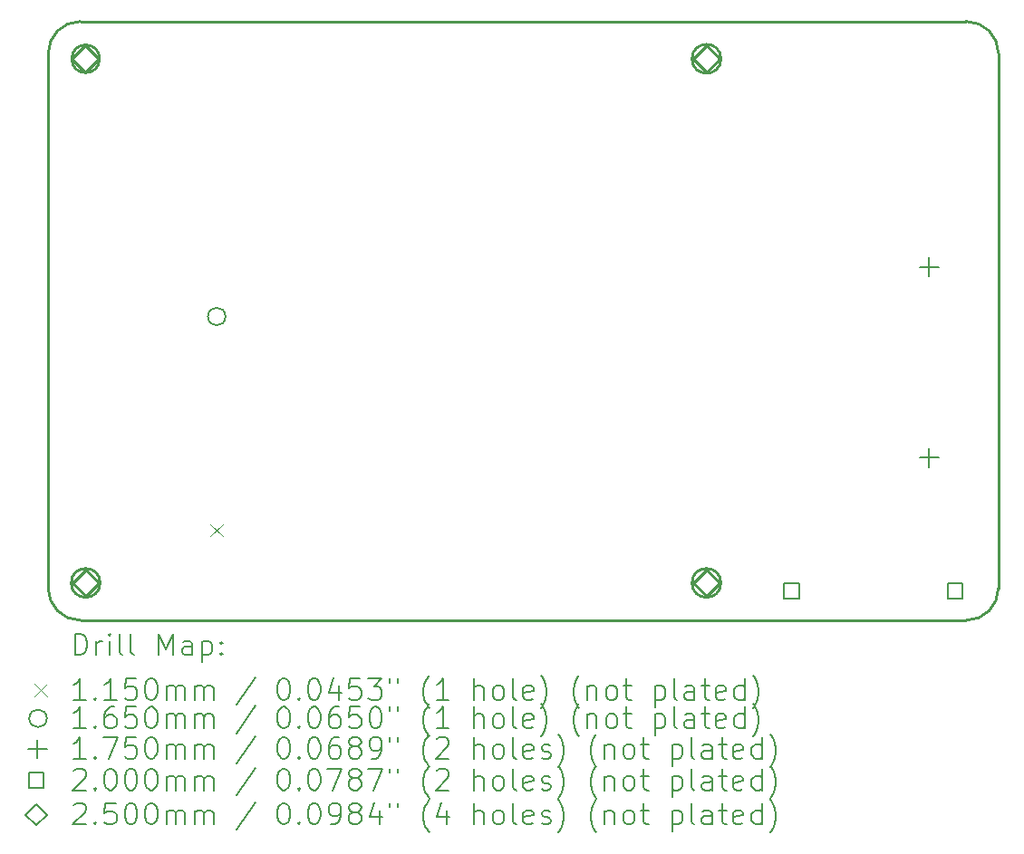
<source format=gbr>
%TF.GenerationSoftware,KiCad,Pcbnew,7.0.10*%
%TF.CreationDate,2024-12-22T17:19:56-08:00*%
%TF.ProjectId,mainbox2.1,6d61696e-626f-4783-922e-312e6b696361,rev?*%
%TF.SameCoordinates,Original*%
%TF.FileFunction,Drillmap*%
%TF.FilePolarity,Positive*%
%FSLAX45Y45*%
G04 Gerber Fmt 4.5, Leading zero omitted, Abs format (unit mm)*
G04 Created by KiCad (PCBNEW 7.0.10) date 2024-12-22 17:19:56*
%MOMM*%
%LPD*%
G01*
G04 APERTURE LIST*
%ADD10C,0.250000*%
%ADD11C,0.200000*%
%ADD12C,0.115000*%
%ADD13C,0.165000*%
%ADD14C,0.175000*%
G04 APERTURE END LIST*
D10*
X6467600Y-6162000D02*
G75*
G03*
X6167600Y-6462000I0J-300000D01*
G01*
X9072600Y-11762000D02*
X10412600Y-11762000D01*
X15045470Y-6462000D02*
G75*
G03*
X14745468Y-6162000I-300000J0D01*
G01*
X10412600Y-11762000D02*
X14745468Y-11762000D01*
X14745468Y-6162000D02*
X6467600Y-6162000D01*
X12452600Y-11412000D02*
G75*
G03*
X12182600Y-11412000I-135000J0D01*
G01*
X12182600Y-11412000D02*
G75*
G03*
X12452600Y-11412000I135000J0D01*
G01*
X14745468Y-11762008D02*
G75*
G03*
X15045468Y-11462000I2J299998D01*
G01*
X6467600Y-11762000D02*
X7734600Y-11762000D01*
X12452600Y-6512000D02*
G75*
G03*
X12182600Y-6512000I-135000J0D01*
G01*
X12182600Y-6512000D02*
G75*
G03*
X12452600Y-6512000I135000J0D01*
G01*
X6167600Y-6462000D02*
X6167600Y-9822064D01*
X6647600Y-6512000D02*
G75*
G03*
X6387600Y-6512000I-130000J0D01*
G01*
X6387600Y-6512000D02*
G75*
G03*
X6647600Y-6512000I130000J0D01*
G01*
X7734600Y-11762000D02*
X9072600Y-11762000D01*
X15045468Y-11462000D02*
X15045468Y-6462000D01*
X6167600Y-11462000D02*
G75*
G03*
X6467600Y-11762000I300000J0D01*
G01*
X6652600Y-11412000D02*
G75*
G03*
X6382600Y-11412000I-135000J0D01*
G01*
X6382600Y-11412000D02*
G75*
G03*
X6652600Y-11412000I135000J0D01*
G01*
X6167600Y-9822064D02*
X6167600Y-11462000D01*
D11*
D12*
X7684420Y-10863740D02*
X7799420Y-10978740D01*
X7799420Y-10863740D02*
X7684420Y-10978740D01*
D13*
X7824420Y-8921240D02*
G75*
G03*
X7659420Y-8921240I-82500J0D01*
G01*
X7659420Y-8921240D02*
G75*
G03*
X7824420Y-8921240I82500J0D01*
G01*
D14*
X14397600Y-8371000D02*
X14397600Y-8546000D01*
X14310100Y-8458500D02*
X14485100Y-8458500D01*
X14397600Y-10153000D02*
X14397600Y-10328000D01*
X14310100Y-10240500D02*
X14485100Y-10240500D01*
D11*
X13184311Y-11557711D02*
X13184311Y-11416289D01*
X13042889Y-11416289D01*
X13042889Y-11557711D01*
X13184311Y-11557711D01*
X14712311Y-11557711D02*
X14712311Y-11416289D01*
X14570889Y-11416289D01*
X14570889Y-11557711D01*
X14712311Y-11557711D01*
D10*
X6512560Y-6637560D02*
X6637560Y-6512560D01*
X6512560Y-6387560D01*
X6387560Y-6512560D01*
X6512560Y-6637560D01*
X6517600Y-11537000D02*
X6642600Y-11412000D01*
X6517600Y-11287000D01*
X6392600Y-11412000D01*
X6517600Y-11537000D01*
X12317600Y-6637000D02*
X12442600Y-6512000D01*
X12317600Y-6387000D01*
X12192600Y-6512000D01*
X12317600Y-6637000D01*
X12317600Y-11537000D02*
X12442600Y-11412000D01*
X12317600Y-11287000D01*
X12192600Y-11412000D01*
X12317600Y-11537000D01*
D11*
X6415877Y-12085992D02*
X6415877Y-11885992D01*
X6415877Y-11885992D02*
X6463496Y-11885992D01*
X6463496Y-11885992D02*
X6492067Y-11895516D01*
X6492067Y-11895516D02*
X6511115Y-11914563D01*
X6511115Y-11914563D02*
X6520639Y-11933611D01*
X6520639Y-11933611D02*
X6530162Y-11971706D01*
X6530162Y-11971706D02*
X6530162Y-12000277D01*
X6530162Y-12000277D02*
X6520639Y-12038373D01*
X6520639Y-12038373D02*
X6511115Y-12057420D01*
X6511115Y-12057420D02*
X6492067Y-12076468D01*
X6492067Y-12076468D02*
X6463496Y-12085992D01*
X6463496Y-12085992D02*
X6415877Y-12085992D01*
X6615877Y-12085992D02*
X6615877Y-11952658D01*
X6615877Y-11990754D02*
X6625401Y-11971706D01*
X6625401Y-11971706D02*
X6634924Y-11962182D01*
X6634924Y-11962182D02*
X6653972Y-11952658D01*
X6653972Y-11952658D02*
X6673020Y-11952658D01*
X6739686Y-12085992D02*
X6739686Y-11952658D01*
X6739686Y-11885992D02*
X6730162Y-11895516D01*
X6730162Y-11895516D02*
X6739686Y-11905039D01*
X6739686Y-11905039D02*
X6749210Y-11895516D01*
X6749210Y-11895516D02*
X6739686Y-11885992D01*
X6739686Y-11885992D02*
X6739686Y-11905039D01*
X6863496Y-12085992D02*
X6844448Y-12076468D01*
X6844448Y-12076468D02*
X6834924Y-12057420D01*
X6834924Y-12057420D02*
X6834924Y-11885992D01*
X6968258Y-12085992D02*
X6949210Y-12076468D01*
X6949210Y-12076468D02*
X6939686Y-12057420D01*
X6939686Y-12057420D02*
X6939686Y-11885992D01*
X7196829Y-12085992D02*
X7196829Y-11885992D01*
X7196829Y-11885992D02*
X7263496Y-12028849D01*
X7263496Y-12028849D02*
X7330162Y-11885992D01*
X7330162Y-11885992D02*
X7330162Y-12085992D01*
X7511115Y-12085992D02*
X7511115Y-11981230D01*
X7511115Y-11981230D02*
X7501591Y-11962182D01*
X7501591Y-11962182D02*
X7482543Y-11952658D01*
X7482543Y-11952658D02*
X7444448Y-11952658D01*
X7444448Y-11952658D02*
X7425401Y-11962182D01*
X7511115Y-12076468D02*
X7492067Y-12085992D01*
X7492067Y-12085992D02*
X7444448Y-12085992D01*
X7444448Y-12085992D02*
X7425401Y-12076468D01*
X7425401Y-12076468D02*
X7415877Y-12057420D01*
X7415877Y-12057420D02*
X7415877Y-12038373D01*
X7415877Y-12038373D02*
X7425401Y-12019325D01*
X7425401Y-12019325D02*
X7444448Y-12009801D01*
X7444448Y-12009801D02*
X7492067Y-12009801D01*
X7492067Y-12009801D02*
X7511115Y-12000277D01*
X7606353Y-11952658D02*
X7606353Y-12152658D01*
X7606353Y-11962182D02*
X7625401Y-11952658D01*
X7625401Y-11952658D02*
X7663496Y-11952658D01*
X7663496Y-11952658D02*
X7682543Y-11962182D01*
X7682543Y-11962182D02*
X7692067Y-11971706D01*
X7692067Y-11971706D02*
X7701591Y-11990754D01*
X7701591Y-11990754D02*
X7701591Y-12047896D01*
X7701591Y-12047896D02*
X7692067Y-12066944D01*
X7692067Y-12066944D02*
X7682543Y-12076468D01*
X7682543Y-12076468D02*
X7663496Y-12085992D01*
X7663496Y-12085992D02*
X7625401Y-12085992D01*
X7625401Y-12085992D02*
X7606353Y-12076468D01*
X7787305Y-12066944D02*
X7796829Y-12076468D01*
X7796829Y-12076468D02*
X7787305Y-12085992D01*
X7787305Y-12085992D02*
X7777782Y-12076468D01*
X7777782Y-12076468D02*
X7787305Y-12066944D01*
X7787305Y-12066944D02*
X7787305Y-12085992D01*
X7787305Y-11962182D02*
X7796829Y-11971706D01*
X7796829Y-11971706D02*
X7787305Y-11981230D01*
X7787305Y-11981230D02*
X7777782Y-11971706D01*
X7777782Y-11971706D02*
X7787305Y-11962182D01*
X7787305Y-11962182D02*
X7787305Y-11981230D01*
D12*
X6040100Y-12357008D02*
X6155100Y-12472008D01*
X6155100Y-12357008D02*
X6040100Y-12472008D01*
D11*
X6520639Y-12505992D02*
X6406353Y-12505992D01*
X6463496Y-12505992D02*
X6463496Y-12305992D01*
X6463496Y-12305992D02*
X6444448Y-12334563D01*
X6444448Y-12334563D02*
X6425401Y-12353611D01*
X6425401Y-12353611D02*
X6406353Y-12363135D01*
X6606353Y-12486944D02*
X6615877Y-12496468D01*
X6615877Y-12496468D02*
X6606353Y-12505992D01*
X6606353Y-12505992D02*
X6596829Y-12496468D01*
X6596829Y-12496468D02*
X6606353Y-12486944D01*
X6606353Y-12486944D02*
X6606353Y-12505992D01*
X6806353Y-12505992D02*
X6692067Y-12505992D01*
X6749210Y-12505992D02*
X6749210Y-12305992D01*
X6749210Y-12305992D02*
X6730162Y-12334563D01*
X6730162Y-12334563D02*
X6711115Y-12353611D01*
X6711115Y-12353611D02*
X6692067Y-12363135D01*
X6987305Y-12305992D02*
X6892067Y-12305992D01*
X6892067Y-12305992D02*
X6882543Y-12401230D01*
X6882543Y-12401230D02*
X6892067Y-12391706D01*
X6892067Y-12391706D02*
X6911115Y-12382182D01*
X6911115Y-12382182D02*
X6958734Y-12382182D01*
X6958734Y-12382182D02*
X6977782Y-12391706D01*
X6977782Y-12391706D02*
X6987305Y-12401230D01*
X6987305Y-12401230D02*
X6996829Y-12420277D01*
X6996829Y-12420277D02*
X6996829Y-12467896D01*
X6996829Y-12467896D02*
X6987305Y-12486944D01*
X6987305Y-12486944D02*
X6977782Y-12496468D01*
X6977782Y-12496468D02*
X6958734Y-12505992D01*
X6958734Y-12505992D02*
X6911115Y-12505992D01*
X6911115Y-12505992D02*
X6892067Y-12496468D01*
X6892067Y-12496468D02*
X6882543Y-12486944D01*
X7120639Y-12305992D02*
X7139686Y-12305992D01*
X7139686Y-12305992D02*
X7158734Y-12315516D01*
X7158734Y-12315516D02*
X7168258Y-12325039D01*
X7168258Y-12325039D02*
X7177782Y-12344087D01*
X7177782Y-12344087D02*
X7187305Y-12382182D01*
X7187305Y-12382182D02*
X7187305Y-12429801D01*
X7187305Y-12429801D02*
X7177782Y-12467896D01*
X7177782Y-12467896D02*
X7168258Y-12486944D01*
X7168258Y-12486944D02*
X7158734Y-12496468D01*
X7158734Y-12496468D02*
X7139686Y-12505992D01*
X7139686Y-12505992D02*
X7120639Y-12505992D01*
X7120639Y-12505992D02*
X7101591Y-12496468D01*
X7101591Y-12496468D02*
X7092067Y-12486944D01*
X7092067Y-12486944D02*
X7082543Y-12467896D01*
X7082543Y-12467896D02*
X7073020Y-12429801D01*
X7073020Y-12429801D02*
X7073020Y-12382182D01*
X7073020Y-12382182D02*
X7082543Y-12344087D01*
X7082543Y-12344087D02*
X7092067Y-12325039D01*
X7092067Y-12325039D02*
X7101591Y-12315516D01*
X7101591Y-12315516D02*
X7120639Y-12305992D01*
X7273020Y-12505992D02*
X7273020Y-12372658D01*
X7273020Y-12391706D02*
X7282543Y-12382182D01*
X7282543Y-12382182D02*
X7301591Y-12372658D01*
X7301591Y-12372658D02*
X7330163Y-12372658D01*
X7330163Y-12372658D02*
X7349210Y-12382182D01*
X7349210Y-12382182D02*
X7358734Y-12401230D01*
X7358734Y-12401230D02*
X7358734Y-12505992D01*
X7358734Y-12401230D02*
X7368258Y-12382182D01*
X7368258Y-12382182D02*
X7387305Y-12372658D01*
X7387305Y-12372658D02*
X7415877Y-12372658D01*
X7415877Y-12372658D02*
X7434924Y-12382182D01*
X7434924Y-12382182D02*
X7444448Y-12401230D01*
X7444448Y-12401230D02*
X7444448Y-12505992D01*
X7539686Y-12505992D02*
X7539686Y-12372658D01*
X7539686Y-12391706D02*
X7549210Y-12382182D01*
X7549210Y-12382182D02*
X7568258Y-12372658D01*
X7568258Y-12372658D02*
X7596829Y-12372658D01*
X7596829Y-12372658D02*
X7615877Y-12382182D01*
X7615877Y-12382182D02*
X7625401Y-12401230D01*
X7625401Y-12401230D02*
X7625401Y-12505992D01*
X7625401Y-12401230D02*
X7634924Y-12382182D01*
X7634924Y-12382182D02*
X7653972Y-12372658D01*
X7653972Y-12372658D02*
X7682543Y-12372658D01*
X7682543Y-12372658D02*
X7701591Y-12382182D01*
X7701591Y-12382182D02*
X7711115Y-12401230D01*
X7711115Y-12401230D02*
X7711115Y-12505992D01*
X8101591Y-12296468D02*
X7930163Y-12553611D01*
X8358734Y-12305992D02*
X8377782Y-12305992D01*
X8377782Y-12305992D02*
X8396829Y-12315516D01*
X8396829Y-12315516D02*
X8406353Y-12325039D01*
X8406353Y-12325039D02*
X8415877Y-12344087D01*
X8415877Y-12344087D02*
X8425401Y-12382182D01*
X8425401Y-12382182D02*
X8425401Y-12429801D01*
X8425401Y-12429801D02*
X8415877Y-12467896D01*
X8415877Y-12467896D02*
X8406353Y-12486944D01*
X8406353Y-12486944D02*
X8396829Y-12496468D01*
X8396829Y-12496468D02*
X8377782Y-12505992D01*
X8377782Y-12505992D02*
X8358734Y-12505992D01*
X8358734Y-12505992D02*
X8339686Y-12496468D01*
X8339686Y-12496468D02*
X8330163Y-12486944D01*
X8330163Y-12486944D02*
X8320639Y-12467896D01*
X8320639Y-12467896D02*
X8311115Y-12429801D01*
X8311115Y-12429801D02*
X8311115Y-12382182D01*
X8311115Y-12382182D02*
X8320639Y-12344087D01*
X8320639Y-12344087D02*
X8330163Y-12325039D01*
X8330163Y-12325039D02*
X8339686Y-12315516D01*
X8339686Y-12315516D02*
X8358734Y-12305992D01*
X8511115Y-12486944D02*
X8520639Y-12496468D01*
X8520639Y-12496468D02*
X8511115Y-12505992D01*
X8511115Y-12505992D02*
X8501591Y-12496468D01*
X8501591Y-12496468D02*
X8511115Y-12486944D01*
X8511115Y-12486944D02*
X8511115Y-12505992D01*
X8644448Y-12305992D02*
X8663496Y-12305992D01*
X8663496Y-12305992D02*
X8682544Y-12315516D01*
X8682544Y-12315516D02*
X8692068Y-12325039D01*
X8692068Y-12325039D02*
X8701591Y-12344087D01*
X8701591Y-12344087D02*
X8711115Y-12382182D01*
X8711115Y-12382182D02*
X8711115Y-12429801D01*
X8711115Y-12429801D02*
X8701591Y-12467896D01*
X8701591Y-12467896D02*
X8692068Y-12486944D01*
X8692068Y-12486944D02*
X8682544Y-12496468D01*
X8682544Y-12496468D02*
X8663496Y-12505992D01*
X8663496Y-12505992D02*
X8644448Y-12505992D01*
X8644448Y-12505992D02*
X8625401Y-12496468D01*
X8625401Y-12496468D02*
X8615877Y-12486944D01*
X8615877Y-12486944D02*
X8606353Y-12467896D01*
X8606353Y-12467896D02*
X8596829Y-12429801D01*
X8596829Y-12429801D02*
X8596829Y-12382182D01*
X8596829Y-12382182D02*
X8606353Y-12344087D01*
X8606353Y-12344087D02*
X8615877Y-12325039D01*
X8615877Y-12325039D02*
X8625401Y-12315516D01*
X8625401Y-12315516D02*
X8644448Y-12305992D01*
X8882544Y-12372658D02*
X8882544Y-12505992D01*
X8834925Y-12296468D02*
X8787306Y-12439325D01*
X8787306Y-12439325D02*
X8911115Y-12439325D01*
X9082544Y-12305992D02*
X8987306Y-12305992D01*
X8987306Y-12305992D02*
X8977782Y-12401230D01*
X8977782Y-12401230D02*
X8987306Y-12391706D01*
X8987306Y-12391706D02*
X9006353Y-12382182D01*
X9006353Y-12382182D02*
X9053972Y-12382182D01*
X9053972Y-12382182D02*
X9073020Y-12391706D01*
X9073020Y-12391706D02*
X9082544Y-12401230D01*
X9082544Y-12401230D02*
X9092068Y-12420277D01*
X9092068Y-12420277D02*
X9092068Y-12467896D01*
X9092068Y-12467896D02*
X9082544Y-12486944D01*
X9082544Y-12486944D02*
X9073020Y-12496468D01*
X9073020Y-12496468D02*
X9053972Y-12505992D01*
X9053972Y-12505992D02*
X9006353Y-12505992D01*
X9006353Y-12505992D02*
X8987306Y-12496468D01*
X8987306Y-12496468D02*
X8977782Y-12486944D01*
X9158734Y-12305992D02*
X9282544Y-12305992D01*
X9282544Y-12305992D02*
X9215877Y-12382182D01*
X9215877Y-12382182D02*
X9244449Y-12382182D01*
X9244449Y-12382182D02*
X9263496Y-12391706D01*
X9263496Y-12391706D02*
X9273020Y-12401230D01*
X9273020Y-12401230D02*
X9282544Y-12420277D01*
X9282544Y-12420277D02*
X9282544Y-12467896D01*
X9282544Y-12467896D02*
X9273020Y-12486944D01*
X9273020Y-12486944D02*
X9263496Y-12496468D01*
X9263496Y-12496468D02*
X9244449Y-12505992D01*
X9244449Y-12505992D02*
X9187306Y-12505992D01*
X9187306Y-12505992D02*
X9168258Y-12496468D01*
X9168258Y-12496468D02*
X9158734Y-12486944D01*
X9358734Y-12305992D02*
X9358734Y-12344087D01*
X9434925Y-12305992D02*
X9434925Y-12344087D01*
X9730163Y-12582182D02*
X9720639Y-12572658D01*
X9720639Y-12572658D02*
X9701591Y-12544087D01*
X9701591Y-12544087D02*
X9692068Y-12525039D01*
X9692068Y-12525039D02*
X9682544Y-12496468D01*
X9682544Y-12496468D02*
X9673020Y-12448849D01*
X9673020Y-12448849D02*
X9673020Y-12410754D01*
X9673020Y-12410754D02*
X9682544Y-12363135D01*
X9682544Y-12363135D02*
X9692068Y-12334563D01*
X9692068Y-12334563D02*
X9701591Y-12315516D01*
X9701591Y-12315516D02*
X9720639Y-12286944D01*
X9720639Y-12286944D02*
X9730163Y-12277420D01*
X9911115Y-12505992D02*
X9796830Y-12505992D01*
X9853972Y-12505992D02*
X9853972Y-12305992D01*
X9853972Y-12305992D02*
X9834925Y-12334563D01*
X9834925Y-12334563D02*
X9815877Y-12353611D01*
X9815877Y-12353611D02*
X9796830Y-12363135D01*
X10149211Y-12505992D02*
X10149211Y-12305992D01*
X10234925Y-12505992D02*
X10234925Y-12401230D01*
X10234925Y-12401230D02*
X10225401Y-12382182D01*
X10225401Y-12382182D02*
X10206353Y-12372658D01*
X10206353Y-12372658D02*
X10177782Y-12372658D01*
X10177782Y-12372658D02*
X10158734Y-12382182D01*
X10158734Y-12382182D02*
X10149211Y-12391706D01*
X10358734Y-12505992D02*
X10339687Y-12496468D01*
X10339687Y-12496468D02*
X10330163Y-12486944D01*
X10330163Y-12486944D02*
X10320639Y-12467896D01*
X10320639Y-12467896D02*
X10320639Y-12410754D01*
X10320639Y-12410754D02*
X10330163Y-12391706D01*
X10330163Y-12391706D02*
X10339687Y-12382182D01*
X10339687Y-12382182D02*
X10358734Y-12372658D01*
X10358734Y-12372658D02*
X10387306Y-12372658D01*
X10387306Y-12372658D02*
X10406353Y-12382182D01*
X10406353Y-12382182D02*
X10415877Y-12391706D01*
X10415877Y-12391706D02*
X10425401Y-12410754D01*
X10425401Y-12410754D02*
X10425401Y-12467896D01*
X10425401Y-12467896D02*
X10415877Y-12486944D01*
X10415877Y-12486944D02*
X10406353Y-12496468D01*
X10406353Y-12496468D02*
X10387306Y-12505992D01*
X10387306Y-12505992D02*
X10358734Y-12505992D01*
X10539687Y-12505992D02*
X10520639Y-12496468D01*
X10520639Y-12496468D02*
X10511115Y-12477420D01*
X10511115Y-12477420D02*
X10511115Y-12305992D01*
X10692068Y-12496468D02*
X10673020Y-12505992D01*
X10673020Y-12505992D02*
X10634925Y-12505992D01*
X10634925Y-12505992D02*
X10615877Y-12496468D01*
X10615877Y-12496468D02*
X10606353Y-12477420D01*
X10606353Y-12477420D02*
X10606353Y-12401230D01*
X10606353Y-12401230D02*
X10615877Y-12382182D01*
X10615877Y-12382182D02*
X10634925Y-12372658D01*
X10634925Y-12372658D02*
X10673020Y-12372658D01*
X10673020Y-12372658D02*
X10692068Y-12382182D01*
X10692068Y-12382182D02*
X10701592Y-12401230D01*
X10701592Y-12401230D02*
X10701592Y-12420277D01*
X10701592Y-12420277D02*
X10606353Y-12439325D01*
X10768258Y-12582182D02*
X10777782Y-12572658D01*
X10777782Y-12572658D02*
X10796830Y-12544087D01*
X10796830Y-12544087D02*
X10806353Y-12525039D01*
X10806353Y-12525039D02*
X10815877Y-12496468D01*
X10815877Y-12496468D02*
X10825401Y-12448849D01*
X10825401Y-12448849D02*
X10825401Y-12410754D01*
X10825401Y-12410754D02*
X10815877Y-12363135D01*
X10815877Y-12363135D02*
X10806353Y-12334563D01*
X10806353Y-12334563D02*
X10796830Y-12315516D01*
X10796830Y-12315516D02*
X10777782Y-12286944D01*
X10777782Y-12286944D02*
X10768258Y-12277420D01*
X11130163Y-12582182D02*
X11120639Y-12572658D01*
X11120639Y-12572658D02*
X11101592Y-12544087D01*
X11101592Y-12544087D02*
X11092068Y-12525039D01*
X11092068Y-12525039D02*
X11082544Y-12496468D01*
X11082544Y-12496468D02*
X11073020Y-12448849D01*
X11073020Y-12448849D02*
X11073020Y-12410754D01*
X11073020Y-12410754D02*
X11082544Y-12363135D01*
X11082544Y-12363135D02*
X11092068Y-12334563D01*
X11092068Y-12334563D02*
X11101592Y-12315516D01*
X11101592Y-12315516D02*
X11120639Y-12286944D01*
X11120639Y-12286944D02*
X11130163Y-12277420D01*
X11206353Y-12372658D02*
X11206353Y-12505992D01*
X11206353Y-12391706D02*
X11215877Y-12382182D01*
X11215877Y-12382182D02*
X11234925Y-12372658D01*
X11234925Y-12372658D02*
X11263496Y-12372658D01*
X11263496Y-12372658D02*
X11282544Y-12382182D01*
X11282544Y-12382182D02*
X11292068Y-12401230D01*
X11292068Y-12401230D02*
X11292068Y-12505992D01*
X11415877Y-12505992D02*
X11396830Y-12496468D01*
X11396830Y-12496468D02*
X11387306Y-12486944D01*
X11387306Y-12486944D02*
X11377782Y-12467896D01*
X11377782Y-12467896D02*
X11377782Y-12410754D01*
X11377782Y-12410754D02*
X11387306Y-12391706D01*
X11387306Y-12391706D02*
X11396830Y-12382182D01*
X11396830Y-12382182D02*
X11415877Y-12372658D01*
X11415877Y-12372658D02*
X11444449Y-12372658D01*
X11444449Y-12372658D02*
X11463496Y-12382182D01*
X11463496Y-12382182D02*
X11473020Y-12391706D01*
X11473020Y-12391706D02*
X11482544Y-12410754D01*
X11482544Y-12410754D02*
X11482544Y-12467896D01*
X11482544Y-12467896D02*
X11473020Y-12486944D01*
X11473020Y-12486944D02*
X11463496Y-12496468D01*
X11463496Y-12496468D02*
X11444449Y-12505992D01*
X11444449Y-12505992D02*
X11415877Y-12505992D01*
X11539687Y-12372658D02*
X11615877Y-12372658D01*
X11568258Y-12305992D02*
X11568258Y-12477420D01*
X11568258Y-12477420D02*
X11577782Y-12496468D01*
X11577782Y-12496468D02*
X11596830Y-12505992D01*
X11596830Y-12505992D02*
X11615877Y-12505992D01*
X11834925Y-12372658D02*
X11834925Y-12572658D01*
X11834925Y-12382182D02*
X11853972Y-12372658D01*
X11853972Y-12372658D02*
X11892068Y-12372658D01*
X11892068Y-12372658D02*
X11911115Y-12382182D01*
X11911115Y-12382182D02*
X11920639Y-12391706D01*
X11920639Y-12391706D02*
X11930163Y-12410754D01*
X11930163Y-12410754D02*
X11930163Y-12467896D01*
X11930163Y-12467896D02*
X11920639Y-12486944D01*
X11920639Y-12486944D02*
X11911115Y-12496468D01*
X11911115Y-12496468D02*
X11892068Y-12505992D01*
X11892068Y-12505992D02*
X11853972Y-12505992D01*
X11853972Y-12505992D02*
X11834925Y-12496468D01*
X12044449Y-12505992D02*
X12025401Y-12496468D01*
X12025401Y-12496468D02*
X12015877Y-12477420D01*
X12015877Y-12477420D02*
X12015877Y-12305992D01*
X12206353Y-12505992D02*
X12206353Y-12401230D01*
X12206353Y-12401230D02*
X12196830Y-12382182D01*
X12196830Y-12382182D02*
X12177782Y-12372658D01*
X12177782Y-12372658D02*
X12139687Y-12372658D01*
X12139687Y-12372658D02*
X12120639Y-12382182D01*
X12206353Y-12496468D02*
X12187306Y-12505992D01*
X12187306Y-12505992D02*
X12139687Y-12505992D01*
X12139687Y-12505992D02*
X12120639Y-12496468D01*
X12120639Y-12496468D02*
X12111115Y-12477420D01*
X12111115Y-12477420D02*
X12111115Y-12458373D01*
X12111115Y-12458373D02*
X12120639Y-12439325D01*
X12120639Y-12439325D02*
X12139687Y-12429801D01*
X12139687Y-12429801D02*
X12187306Y-12429801D01*
X12187306Y-12429801D02*
X12206353Y-12420277D01*
X12273020Y-12372658D02*
X12349211Y-12372658D01*
X12301592Y-12305992D02*
X12301592Y-12477420D01*
X12301592Y-12477420D02*
X12311115Y-12496468D01*
X12311115Y-12496468D02*
X12330163Y-12505992D01*
X12330163Y-12505992D02*
X12349211Y-12505992D01*
X12492068Y-12496468D02*
X12473020Y-12505992D01*
X12473020Y-12505992D02*
X12434925Y-12505992D01*
X12434925Y-12505992D02*
X12415877Y-12496468D01*
X12415877Y-12496468D02*
X12406353Y-12477420D01*
X12406353Y-12477420D02*
X12406353Y-12401230D01*
X12406353Y-12401230D02*
X12415877Y-12382182D01*
X12415877Y-12382182D02*
X12434925Y-12372658D01*
X12434925Y-12372658D02*
X12473020Y-12372658D01*
X12473020Y-12372658D02*
X12492068Y-12382182D01*
X12492068Y-12382182D02*
X12501592Y-12401230D01*
X12501592Y-12401230D02*
X12501592Y-12420277D01*
X12501592Y-12420277D02*
X12406353Y-12439325D01*
X12673020Y-12505992D02*
X12673020Y-12305992D01*
X12673020Y-12496468D02*
X12653973Y-12505992D01*
X12653973Y-12505992D02*
X12615877Y-12505992D01*
X12615877Y-12505992D02*
X12596830Y-12496468D01*
X12596830Y-12496468D02*
X12587306Y-12486944D01*
X12587306Y-12486944D02*
X12577782Y-12467896D01*
X12577782Y-12467896D02*
X12577782Y-12410754D01*
X12577782Y-12410754D02*
X12587306Y-12391706D01*
X12587306Y-12391706D02*
X12596830Y-12382182D01*
X12596830Y-12382182D02*
X12615877Y-12372658D01*
X12615877Y-12372658D02*
X12653973Y-12372658D01*
X12653973Y-12372658D02*
X12673020Y-12382182D01*
X12749211Y-12582182D02*
X12758734Y-12572658D01*
X12758734Y-12572658D02*
X12777782Y-12544087D01*
X12777782Y-12544087D02*
X12787306Y-12525039D01*
X12787306Y-12525039D02*
X12796830Y-12496468D01*
X12796830Y-12496468D02*
X12806353Y-12448849D01*
X12806353Y-12448849D02*
X12806353Y-12410754D01*
X12806353Y-12410754D02*
X12796830Y-12363135D01*
X12796830Y-12363135D02*
X12787306Y-12334563D01*
X12787306Y-12334563D02*
X12777782Y-12315516D01*
X12777782Y-12315516D02*
X12758734Y-12286944D01*
X12758734Y-12286944D02*
X12749211Y-12277420D01*
D13*
X6155100Y-12678508D02*
G75*
G03*
X5990100Y-12678508I-82500J0D01*
G01*
X5990100Y-12678508D02*
G75*
G03*
X6155100Y-12678508I82500J0D01*
G01*
D11*
X6520639Y-12769992D02*
X6406353Y-12769992D01*
X6463496Y-12769992D02*
X6463496Y-12569992D01*
X6463496Y-12569992D02*
X6444448Y-12598563D01*
X6444448Y-12598563D02*
X6425401Y-12617611D01*
X6425401Y-12617611D02*
X6406353Y-12627135D01*
X6606353Y-12750944D02*
X6615877Y-12760468D01*
X6615877Y-12760468D02*
X6606353Y-12769992D01*
X6606353Y-12769992D02*
X6596829Y-12760468D01*
X6596829Y-12760468D02*
X6606353Y-12750944D01*
X6606353Y-12750944D02*
X6606353Y-12769992D01*
X6787305Y-12569992D02*
X6749210Y-12569992D01*
X6749210Y-12569992D02*
X6730162Y-12579516D01*
X6730162Y-12579516D02*
X6720639Y-12589039D01*
X6720639Y-12589039D02*
X6701591Y-12617611D01*
X6701591Y-12617611D02*
X6692067Y-12655706D01*
X6692067Y-12655706D02*
X6692067Y-12731896D01*
X6692067Y-12731896D02*
X6701591Y-12750944D01*
X6701591Y-12750944D02*
X6711115Y-12760468D01*
X6711115Y-12760468D02*
X6730162Y-12769992D01*
X6730162Y-12769992D02*
X6768258Y-12769992D01*
X6768258Y-12769992D02*
X6787305Y-12760468D01*
X6787305Y-12760468D02*
X6796829Y-12750944D01*
X6796829Y-12750944D02*
X6806353Y-12731896D01*
X6806353Y-12731896D02*
X6806353Y-12684277D01*
X6806353Y-12684277D02*
X6796829Y-12665230D01*
X6796829Y-12665230D02*
X6787305Y-12655706D01*
X6787305Y-12655706D02*
X6768258Y-12646182D01*
X6768258Y-12646182D02*
X6730162Y-12646182D01*
X6730162Y-12646182D02*
X6711115Y-12655706D01*
X6711115Y-12655706D02*
X6701591Y-12665230D01*
X6701591Y-12665230D02*
X6692067Y-12684277D01*
X6987305Y-12569992D02*
X6892067Y-12569992D01*
X6892067Y-12569992D02*
X6882543Y-12665230D01*
X6882543Y-12665230D02*
X6892067Y-12655706D01*
X6892067Y-12655706D02*
X6911115Y-12646182D01*
X6911115Y-12646182D02*
X6958734Y-12646182D01*
X6958734Y-12646182D02*
X6977782Y-12655706D01*
X6977782Y-12655706D02*
X6987305Y-12665230D01*
X6987305Y-12665230D02*
X6996829Y-12684277D01*
X6996829Y-12684277D02*
X6996829Y-12731896D01*
X6996829Y-12731896D02*
X6987305Y-12750944D01*
X6987305Y-12750944D02*
X6977782Y-12760468D01*
X6977782Y-12760468D02*
X6958734Y-12769992D01*
X6958734Y-12769992D02*
X6911115Y-12769992D01*
X6911115Y-12769992D02*
X6892067Y-12760468D01*
X6892067Y-12760468D02*
X6882543Y-12750944D01*
X7120639Y-12569992D02*
X7139686Y-12569992D01*
X7139686Y-12569992D02*
X7158734Y-12579516D01*
X7158734Y-12579516D02*
X7168258Y-12589039D01*
X7168258Y-12589039D02*
X7177782Y-12608087D01*
X7177782Y-12608087D02*
X7187305Y-12646182D01*
X7187305Y-12646182D02*
X7187305Y-12693801D01*
X7187305Y-12693801D02*
X7177782Y-12731896D01*
X7177782Y-12731896D02*
X7168258Y-12750944D01*
X7168258Y-12750944D02*
X7158734Y-12760468D01*
X7158734Y-12760468D02*
X7139686Y-12769992D01*
X7139686Y-12769992D02*
X7120639Y-12769992D01*
X7120639Y-12769992D02*
X7101591Y-12760468D01*
X7101591Y-12760468D02*
X7092067Y-12750944D01*
X7092067Y-12750944D02*
X7082543Y-12731896D01*
X7082543Y-12731896D02*
X7073020Y-12693801D01*
X7073020Y-12693801D02*
X7073020Y-12646182D01*
X7073020Y-12646182D02*
X7082543Y-12608087D01*
X7082543Y-12608087D02*
X7092067Y-12589039D01*
X7092067Y-12589039D02*
X7101591Y-12579516D01*
X7101591Y-12579516D02*
X7120639Y-12569992D01*
X7273020Y-12769992D02*
X7273020Y-12636658D01*
X7273020Y-12655706D02*
X7282543Y-12646182D01*
X7282543Y-12646182D02*
X7301591Y-12636658D01*
X7301591Y-12636658D02*
X7330163Y-12636658D01*
X7330163Y-12636658D02*
X7349210Y-12646182D01*
X7349210Y-12646182D02*
X7358734Y-12665230D01*
X7358734Y-12665230D02*
X7358734Y-12769992D01*
X7358734Y-12665230D02*
X7368258Y-12646182D01*
X7368258Y-12646182D02*
X7387305Y-12636658D01*
X7387305Y-12636658D02*
X7415877Y-12636658D01*
X7415877Y-12636658D02*
X7434924Y-12646182D01*
X7434924Y-12646182D02*
X7444448Y-12665230D01*
X7444448Y-12665230D02*
X7444448Y-12769992D01*
X7539686Y-12769992D02*
X7539686Y-12636658D01*
X7539686Y-12655706D02*
X7549210Y-12646182D01*
X7549210Y-12646182D02*
X7568258Y-12636658D01*
X7568258Y-12636658D02*
X7596829Y-12636658D01*
X7596829Y-12636658D02*
X7615877Y-12646182D01*
X7615877Y-12646182D02*
X7625401Y-12665230D01*
X7625401Y-12665230D02*
X7625401Y-12769992D01*
X7625401Y-12665230D02*
X7634924Y-12646182D01*
X7634924Y-12646182D02*
X7653972Y-12636658D01*
X7653972Y-12636658D02*
X7682543Y-12636658D01*
X7682543Y-12636658D02*
X7701591Y-12646182D01*
X7701591Y-12646182D02*
X7711115Y-12665230D01*
X7711115Y-12665230D02*
X7711115Y-12769992D01*
X8101591Y-12560468D02*
X7930163Y-12817611D01*
X8358734Y-12569992D02*
X8377782Y-12569992D01*
X8377782Y-12569992D02*
X8396829Y-12579516D01*
X8396829Y-12579516D02*
X8406353Y-12589039D01*
X8406353Y-12589039D02*
X8415877Y-12608087D01*
X8415877Y-12608087D02*
X8425401Y-12646182D01*
X8425401Y-12646182D02*
X8425401Y-12693801D01*
X8425401Y-12693801D02*
X8415877Y-12731896D01*
X8415877Y-12731896D02*
X8406353Y-12750944D01*
X8406353Y-12750944D02*
X8396829Y-12760468D01*
X8396829Y-12760468D02*
X8377782Y-12769992D01*
X8377782Y-12769992D02*
X8358734Y-12769992D01*
X8358734Y-12769992D02*
X8339686Y-12760468D01*
X8339686Y-12760468D02*
X8330163Y-12750944D01*
X8330163Y-12750944D02*
X8320639Y-12731896D01*
X8320639Y-12731896D02*
X8311115Y-12693801D01*
X8311115Y-12693801D02*
X8311115Y-12646182D01*
X8311115Y-12646182D02*
X8320639Y-12608087D01*
X8320639Y-12608087D02*
X8330163Y-12589039D01*
X8330163Y-12589039D02*
X8339686Y-12579516D01*
X8339686Y-12579516D02*
X8358734Y-12569992D01*
X8511115Y-12750944D02*
X8520639Y-12760468D01*
X8520639Y-12760468D02*
X8511115Y-12769992D01*
X8511115Y-12769992D02*
X8501591Y-12760468D01*
X8501591Y-12760468D02*
X8511115Y-12750944D01*
X8511115Y-12750944D02*
X8511115Y-12769992D01*
X8644448Y-12569992D02*
X8663496Y-12569992D01*
X8663496Y-12569992D02*
X8682544Y-12579516D01*
X8682544Y-12579516D02*
X8692068Y-12589039D01*
X8692068Y-12589039D02*
X8701591Y-12608087D01*
X8701591Y-12608087D02*
X8711115Y-12646182D01*
X8711115Y-12646182D02*
X8711115Y-12693801D01*
X8711115Y-12693801D02*
X8701591Y-12731896D01*
X8701591Y-12731896D02*
X8692068Y-12750944D01*
X8692068Y-12750944D02*
X8682544Y-12760468D01*
X8682544Y-12760468D02*
X8663496Y-12769992D01*
X8663496Y-12769992D02*
X8644448Y-12769992D01*
X8644448Y-12769992D02*
X8625401Y-12760468D01*
X8625401Y-12760468D02*
X8615877Y-12750944D01*
X8615877Y-12750944D02*
X8606353Y-12731896D01*
X8606353Y-12731896D02*
X8596829Y-12693801D01*
X8596829Y-12693801D02*
X8596829Y-12646182D01*
X8596829Y-12646182D02*
X8606353Y-12608087D01*
X8606353Y-12608087D02*
X8615877Y-12589039D01*
X8615877Y-12589039D02*
X8625401Y-12579516D01*
X8625401Y-12579516D02*
X8644448Y-12569992D01*
X8882544Y-12569992D02*
X8844448Y-12569992D01*
X8844448Y-12569992D02*
X8825401Y-12579516D01*
X8825401Y-12579516D02*
X8815877Y-12589039D01*
X8815877Y-12589039D02*
X8796829Y-12617611D01*
X8796829Y-12617611D02*
X8787306Y-12655706D01*
X8787306Y-12655706D02*
X8787306Y-12731896D01*
X8787306Y-12731896D02*
X8796829Y-12750944D01*
X8796829Y-12750944D02*
X8806353Y-12760468D01*
X8806353Y-12760468D02*
X8825401Y-12769992D01*
X8825401Y-12769992D02*
X8863496Y-12769992D01*
X8863496Y-12769992D02*
X8882544Y-12760468D01*
X8882544Y-12760468D02*
X8892068Y-12750944D01*
X8892068Y-12750944D02*
X8901591Y-12731896D01*
X8901591Y-12731896D02*
X8901591Y-12684277D01*
X8901591Y-12684277D02*
X8892068Y-12665230D01*
X8892068Y-12665230D02*
X8882544Y-12655706D01*
X8882544Y-12655706D02*
X8863496Y-12646182D01*
X8863496Y-12646182D02*
X8825401Y-12646182D01*
X8825401Y-12646182D02*
X8806353Y-12655706D01*
X8806353Y-12655706D02*
X8796829Y-12665230D01*
X8796829Y-12665230D02*
X8787306Y-12684277D01*
X9082544Y-12569992D02*
X8987306Y-12569992D01*
X8987306Y-12569992D02*
X8977782Y-12665230D01*
X8977782Y-12665230D02*
X8987306Y-12655706D01*
X8987306Y-12655706D02*
X9006353Y-12646182D01*
X9006353Y-12646182D02*
X9053972Y-12646182D01*
X9053972Y-12646182D02*
X9073020Y-12655706D01*
X9073020Y-12655706D02*
X9082544Y-12665230D01*
X9082544Y-12665230D02*
X9092068Y-12684277D01*
X9092068Y-12684277D02*
X9092068Y-12731896D01*
X9092068Y-12731896D02*
X9082544Y-12750944D01*
X9082544Y-12750944D02*
X9073020Y-12760468D01*
X9073020Y-12760468D02*
X9053972Y-12769992D01*
X9053972Y-12769992D02*
X9006353Y-12769992D01*
X9006353Y-12769992D02*
X8987306Y-12760468D01*
X8987306Y-12760468D02*
X8977782Y-12750944D01*
X9215877Y-12569992D02*
X9234925Y-12569992D01*
X9234925Y-12569992D02*
X9253972Y-12579516D01*
X9253972Y-12579516D02*
X9263496Y-12589039D01*
X9263496Y-12589039D02*
X9273020Y-12608087D01*
X9273020Y-12608087D02*
X9282544Y-12646182D01*
X9282544Y-12646182D02*
X9282544Y-12693801D01*
X9282544Y-12693801D02*
X9273020Y-12731896D01*
X9273020Y-12731896D02*
X9263496Y-12750944D01*
X9263496Y-12750944D02*
X9253972Y-12760468D01*
X9253972Y-12760468D02*
X9234925Y-12769992D01*
X9234925Y-12769992D02*
X9215877Y-12769992D01*
X9215877Y-12769992D02*
X9196829Y-12760468D01*
X9196829Y-12760468D02*
X9187306Y-12750944D01*
X9187306Y-12750944D02*
X9177782Y-12731896D01*
X9177782Y-12731896D02*
X9168258Y-12693801D01*
X9168258Y-12693801D02*
X9168258Y-12646182D01*
X9168258Y-12646182D02*
X9177782Y-12608087D01*
X9177782Y-12608087D02*
X9187306Y-12589039D01*
X9187306Y-12589039D02*
X9196829Y-12579516D01*
X9196829Y-12579516D02*
X9215877Y-12569992D01*
X9358734Y-12569992D02*
X9358734Y-12608087D01*
X9434925Y-12569992D02*
X9434925Y-12608087D01*
X9730163Y-12846182D02*
X9720639Y-12836658D01*
X9720639Y-12836658D02*
X9701591Y-12808087D01*
X9701591Y-12808087D02*
X9692068Y-12789039D01*
X9692068Y-12789039D02*
X9682544Y-12760468D01*
X9682544Y-12760468D02*
X9673020Y-12712849D01*
X9673020Y-12712849D02*
X9673020Y-12674754D01*
X9673020Y-12674754D02*
X9682544Y-12627135D01*
X9682544Y-12627135D02*
X9692068Y-12598563D01*
X9692068Y-12598563D02*
X9701591Y-12579516D01*
X9701591Y-12579516D02*
X9720639Y-12550944D01*
X9720639Y-12550944D02*
X9730163Y-12541420D01*
X9911115Y-12769992D02*
X9796830Y-12769992D01*
X9853972Y-12769992D02*
X9853972Y-12569992D01*
X9853972Y-12569992D02*
X9834925Y-12598563D01*
X9834925Y-12598563D02*
X9815877Y-12617611D01*
X9815877Y-12617611D02*
X9796830Y-12627135D01*
X10149211Y-12769992D02*
X10149211Y-12569992D01*
X10234925Y-12769992D02*
X10234925Y-12665230D01*
X10234925Y-12665230D02*
X10225401Y-12646182D01*
X10225401Y-12646182D02*
X10206353Y-12636658D01*
X10206353Y-12636658D02*
X10177782Y-12636658D01*
X10177782Y-12636658D02*
X10158734Y-12646182D01*
X10158734Y-12646182D02*
X10149211Y-12655706D01*
X10358734Y-12769992D02*
X10339687Y-12760468D01*
X10339687Y-12760468D02*
X10330163Y-12750944D01*
X10330163Y-12750944D02*
X10320639Y-12731896D01*
X10320639Y-12731896D02*
X10320639Y-12674754D01*
X10320639Y-12674754D02*
X10330163Y-12655706D01*
X10330163Y-12655706D02*
X10339687Y-12646182D01*
X10339687Y-12646182D02*
X10358734Y-12636658D01*
X10358734Y-12636658D02*
X10387306Y-12636658D01*
X10387306Y-12636658D02*
X10406353Y-12646182D01*
X10406353Y-12646182D02*
X10415877Y-12655706D01*
X10415877Y-12655706D02*
X10425401Y-12674754D01*
X10425401Y-12674754D02*
X10425401Y-12731896D01*
X10425401Y-12731896D02*
X10415877Y-12750944D01*
X10415877Y-12750944D02*
X10406353Y-12760468D01*
X10406353Y-12760468D02*
X10387306Y-12769992D01*
X10387306Y-12769992D02*
X10358734Y-12769992D01*
X10539687Y-12769992D02*
X10520639Y-12760468D01*
X10520639Y-12760468D02*
X10511115Y-12741420D01*
X10511115Y-12741420D02*
X10511115Y-12569992D01*
X10692068Y-12760468D02*
X10673020Y-12769992D01*
X10673020Y-12769992D02*
X10634925Y-12769992D01*
X10634925Y-12769992D02*
X10615877Y-12760468D01*
X10615877Y-12760468D02*
X10606353Y-12741420D01*
X10606353Y-12741420D02*
X10606353Y-12665230D01*
X10606353Y-12665230D02*
X10615877Y-12646182D01*
X10615877Y-12646182D02*
X10634925Y-12636658D01*
X10634925Y-12636658D02*
X10673020Y-12636658D01*
X10673020Y-12636658D02*
X10692068Y-12646182D01*
X10692068Y-12646182D02*
X10701592Y-12665230D01*
X10701592Y-12665230D02*
X10701592Y-12684277D01*
X10701592Y-12684277D02*
X10606353Y-12703325D01*
X10768258Y-12846182D02*
X10777782Y-12836658D01*
X10777782Y-12836658D02*
X10796830Y-12808087D01*
X10796830Y-12808087D02*
X10806353Y-12789039D01*
X10806353Y-12789039D02*
X10815877Y-12760468D01*
X10815877Y-12760468D02*
X10825401Y-12712849D01*
X10825401Y-12712849D02*
X10825401Y-12674754D01*
X10825401Y-12674754D02*
X10815877Y-12627135D01*
X10815877Y-12627135D02*
X10806353Y-12598563D01*
X10806353Y-12598563D02*
X10796830Y-12579516D01*
X10796830Y-12579516D02*
X10777782Y-12550944D01*
X10777782Y-12550944D02*
X10768258Y-12541420D01*
X11130163Y-12846182D02*
X11120639Y-12836658D01*
X11120639Y-12836658D02*
X11101592Y-12808087D01*
X11101592Y-12808087D02*
X11092068Y-12789039D01*
X11092068Y-12789039D02*
X11082544Y-12760468D01*
X11082544Y-12760468D02*
X11073020Y-12712849D01*
X11073020Y-12712849D02*
X11073020Y-12674754D01*
X11073020Y-12674754D02*
X11082544Y-12627135D01*
X11082544Y-12627135D02*
X11092068Y-12598563D01*
X11092068Y-12598563D02*
X11101592Y-12579516D01*
X11101592Y-12579516D02*
X11120639Y-12550944D01*
X11120639Y-12550944D02*
X11130163Y-12541420D01*
X11206353Y-12636658D02*
X11206353Y-12769992D01*
X11206353Y-12655706D02*
X11215877Y-12646182D01*
X11215877Y-12646182D02*
X11234925Y-12636658D01*
X11234925Y-12636658D02*
X11263496Y-12636658D01*
X11263496Y-12636658D02*
X11282544Y-12646182D01*
X11282544Y-12646182D02*
X11292068Y-12665230D01*
X11292068Y-12665230D02*
X11292068Y-12769992D01*
X11415877Y-12769992D02*
X11396830Y-12760468D01*
X11396830Y-12760468D02*
X11387306Y-12750944D01*
X11387306Y-12750944D02*
X11377782Y-12731896D01*
X11377782Y-12731896D02*
X11377782Y-12674754D01*
X11377782Y-12674754D02*
X11387306Y-12655706D01*
X11387306Y-12655706D02*
X11396830Y-12646182D01*
X11396830Y-12646182D02*
X11415877Y-12636658D01*
X11415877Y-12636658D02*
X11444449Y-12636658D01*
X11444449Y-12636658D02*
X11463496Y-12646182D01*
X11463496Y-12646182D02*
X11473020Y-12655706D01*
X11473020Y-12655706D02*
X11482544Y-12674754D01*
X11482544Y-12674754D02*
X11482544Y-12731896D01*
X11482544Y-12731896D02*
X11473020Y-12750944D01*
X11473020Y-12750944D02*
X11463496Y-12760468D01*
X11463496Y-12760468D02*
X11444449Y-12769992D01*
X11444449Y-12769992D02*
X11415877Y-12769992D01*
X11539687Y-12636658D02*
X11615877Y-12636658D01*
X11568258Y-12569992D02*
X11568258Y-12741420D01*
X11568258Y-12741420D02*
X11577782Y-12760468D01*
X11577782Y-12760468D02*
X11596830Y-12769992D01*
X11596830Y-12769992D02*
X11615877Y-12769992D01*
X11834925Y-12636658D02*
X11834925Y-12836658D01*
X11834925Y-12646182D02*
X11853972Y-12636658D01*
X11853972Y-12636658D02*
X11892068Y-12636658D01*
X11892068Y-12636658D02*
X11911115Y-12646182D01*
X11911115Y-12646182D02*
X11920639Y-12655706D01*
X11920639Y-12655706D02*
X11930163Y-12674754D01*
X11930163Y-12674754D02*
X11930163Y-12731896D01*
X11930163Y-12731896D02*
X11920639Y-12750944D01*
X11920639Y-12750944D02*
X11911115Y-12760468D01*
X11911115Y-12760468D02*
X11892068Y-12769992D01*
X11892068Y-12769992D02*
X11853972Y-12769992D01*
X11853972Y-12769992D02*
X11834925Y-12760468D01*
X12044449Y-12769992D02*
X12025401Y-12760468D01*
X12025401Y-12760468D02*
X12015877Y-12741420D01*
X12015877Y-12741420D02*
X12015877Y-12569992D01*
X12206353Y-12769992D02*
X12206353Y-12665230D01*
X12206353Y-12665230D02*
X12196830Y-12646182D01*
X12196830Y-12646182D02*
X12177782Y-12636658D01*
X12177782Y-12636658D02*
X12139687Y-12636658D01*
X12139687Y-12636658D02*
X12120639Y-12646182D01*
X12206353Y-12760468D02*
X12187306Y-12769992D01*
X12187306Y-12769992D02*
X12139687Y-12769992D01*
X12139687Y-12769992D02*
X12120639Y-12760468D01*
X12120639Y-12760468D02*
X12111115Y-12741420D01*
X12111115Y-12741420D02*
X12111115Y-12722373D01*
X12111115Y-12722373D02*
X12120639Y-12703325D01*
X12120639Y-12703325D02*
X12139687Y-12693801D01*
X12139687Y-12693801D02*
X12187306Y-12693801D01*
X12187306Y-12693801D02*
X12206353Y-12684277D01*
X12273020Y-12636658D02*
X12349211Y-12636658D01*
X12301592Y-12569992D02*
X12301592Y-12741420D01*
X12301592Y-12741420D02*
X12311115Y-12760468D01*
X12311115Y-12760468D02*
X12330163Y-12769992D01*
X12330163Y-12769992D02*
X12349211Y-12769992D01*
X12492068Y-12760468D02*
X12473020Y-12769992D01*
X12473020Y-12769992D02*
X12434925Y-12769992D01*
X12434925Y-12769992D02*
X12415877Y-12760468D01*
X12415877Y-12760468D02*
X12406353Y-12741420D01*
X12406353Y-12741420D02*
X12406353Y-12665230D01*
X12406353Y-12665230D02*
X12415877Y-12646182D01*
X12415877Y-12646182D02*
X12434925Y-12636658D01*
X12434925Y-12636658D02*
X12473020Y-12636658D01*
X12473020Y-12636658D02*
X12492068Y-12646182D01*
X12492068Y-12646182D02*
X12501592Y-12665230D01*
X12501592Y-12665230D02*
X12501592Y-12684277D01*
X12501592Y-12684277D02*
X12406353Y-12703325D01*
X12673020Y-12769992D02*
X12673020Y-12569992D01*
X12673020Y-12760468D02*
X12653973Y-12769992D01*
X12653973Y-12769992D02*
X12615877Y-12769992D01*
X12615877Y-12769992D02*
X12596830Y-12760468D01*
X12596830Y-12760468D02*
X12587306Y-12750944D01*
X12587306Y-12750944D02*
X12577782Y-12731896D01*
X12577782Y-12731896D02*
X12577782Y-12674754D01*
X12577782Y-12674754D02*
X12587306Y-12655706D01*
X12587306Y-12655706D02*
X12596830Y-12646182D01*
X12596830Y-12646182D02*
X12615877Y-12636658D01*
X12615877Y-12636658D02*
X12653973Y-12636658D01*
X12653973Y-12636658D02*
X12673020Y-12646182D01*
X12749211Y-12846182D02*
X12758734Y-12836658D01*
X12758734Y-12836658D02*
X12777782Y-12808087D01*
X12777782Y-12808087D02*
X12787306Y-12789039D01*
X12787306Y-12789039D02*
X12796830Y-12760468D01*
X12796830Y-12760468D02*
X12806353Y-12712849D01*
X12806353Y-12712849D02*
X12806353Y-12674754D01*
X12806353Y-12674754D02*
X12796830Y-12627135D01*
X12796830Y-12627135D02*
X12787306Y-12598563D01*
X12787306Y-12598563D02*
X12777782Y-12579516D01*
X12777782Y-12579516D02*
X12758734Y-12550944D01*
X12758734Y-12550944D02*
X12749211Y-12541420D01*
D14*
X6067600Y-12876008D02*
X6067600Y-13051008D01*
X5980100Y-12963508D02*
X6155100Y-12963508D01*
D11*
X6520639Y-13054992D02*
X6406353Y-13054992D01*
X6463496Y-13054992D02*
X6463496Y-12854992D01*
X6463496Y-12854992D02*
X6444448Y-12883563D01*
X6444448Y-12883563D02*
X6425401Y-12902611D01*
X6425401Y-12902611D02*
X6406353Y-12912135D01*
X6606353Y-13035944D02*
X6615877Y-13045468D01*
X6615877Y-13045468D02*
X6606353Y-13054992D01*
X6606353Y-13054992D02*
X6596829Y-13045468D01*
X6596829Y-13045468D02*
X6606353Y-13035944D01*
X6606353Y-13035944D02*
X6606353Y-13054992D01*
X6682543Y-12854992D02*
X6815877Y-12854992D01*
X6815877Y-12854992D02*
X6730162Y-13054992D01*
X6987305Y-12854992D02*
X6892067Y-12854992D01*
X6892067Y-12854992D02*
X6882543Y-12950230D01*
X6882543Y-12950230D02*
X6892067Y-12940706D01*
X6892067Y-12940706D02*
X6911115Y-12931182D01*
X6911115Y-12931182D02*
X6958734Y-12931182D01*
X6958734Y-12931182D02*
X6977782Y-12940706D01*
X6977782Y-12940706D02*
X6987305Y-12950230D01*
X6987305Y-12950230D02*
X6996829Y-12969277D01*
X6996829Y-12969277D02*
X6996829Y-13016896D01*
X6996829Y-13016896D02*
X6987305Y-13035944D01*
X6987305Y-13035944D02*
X6977782Y-13045468D01*
X6977782Y-13045468D02*
X6958734Y-13054992D01*
X6958734Y-13054992D02*
X6911115Y-13054992D01*
X6911115Y-13054992D02*
X6892067Y-13045468D01*
X6892067Y-13045468D02*
X6882543Y-13035944D01*
X7120639Y-12854992D02*
X7139686Y-12854992D01*
X7139686Y-12854992D02*
X7158734Y-12864516D01*
X7158734Y-12864516D02*
X7168258Y-12874039D01*
X7168258Y-12874039D02*
X7177782Y-12893087D01*
X7177782Y-12893087D02*
X7187305Y-12931182D01*
X7187305Y-12931182D02*
X7187305Y-12978801D01*
X7187305Y-12978801D02*
X7177782Y-13016896D01*
X7177782Y-13016896D02*
X7168258Y-13035944D01*
X7168258Y-13035944D02*
X7158734Y-13045468D01*
X7158734Y-13045468D02*
X7139686Y-13054992D01*
X7139686Y-13054992D02*
X7120639Y-13054992D01*
X7120639Y-13054992D02*
X7101591Y-13045468D01*
X7101591Y-13045468D02*
X7092067Y-13035944D01*
X7092067Y-13035944D02*
X7082543Y-13016896D01*
X7082543Y-13016896D02*
X7073020Y-12978801D01*
X7073020Y-12978801D02*
X7073020Y-12931182D01*
X7073020Y-12931182D02*
X7082543Y-12893087D01*
X7082543Y-12893087D02*
X7092067Y-12874039D01*
X7092067Y-12874039D02*
X7101591Y-12864516D01*
X7101591Y-12864516D02*
X7120639Y-12854992D01*
X7273020Y-13054992D02*
X7273020Y-12921658D01*
X7273020Y-12940706D02*
X7282543Y-12931182D01*
X7282543Y-12931182D02*
X7301591Y-12921658D01*
X7301591Y-12921658D02*
X7330163Y-12921658D01*
X7330163Y-12921658D02*
X7349210Y-12931182D01*
X7349210Y-12931182D02*
X7358734Y-12950230D01*
X7358734Y-12950230D02*
X7358734Y-13054992D01*
X7358734Y-12950230D02*
X7368258Y-12931182D01*
X7368258Y-12931182D02*
X7387305Y-12921658D01*
X7387305Y-12921658D02*
X7415877Y-12921658D01*
X7415877Y-12921658D02*
X7434924Y-12931182D01*
X7434924Y-12931182D02*
X7444448Y-12950230D01*
X7444448Y-12950230D02*
X7444448Y-13054992D01*
X7539686Y-13054992D02*
X7539686Y-12921658D01*
X7539686Y-12940706D02*
X7549210Y-12931182D01*
X7549210Y-12931182D02*
X7568258Y-12921658D01*
X7568258Y-12921658D02*
X7596829Y-12921658D01*
X7596829Y-12921658D02*
X7615877Y-12931182D01*
X7615877Y-12931182D02*
X7625401Y-12950230D01*
X7625401Y-12950230D02*
X7625401Y-13054992D01*
X7625401Y-12950230D02*
X7634924Y-12931182D01*
X7634924Y-12931182D02*
X7653972Y-12921658D01*
X7653972Y-12921658D02*
X7682543Y-12921658D01*
X7682543Y-12921658D02*
X7701591Y-12931182D01*
X7701591Y-12931182D02*
X7711115Y-12950230D01*
X7711115Y-12950230D02*
X7711115Y-13054992D01*
X8101591Y-12845468D02*
X7930163Y-13102611D01*
X8358734Y-12854992D02*
X8377782Y-12854992D01*
X8377782Y-12854992D02*
X8396829Y-12864516D01*
X8396829Y-12864516D02*
X8406353Y-12874039D01*
X8406353Y-12874039D02*
X8415877Y-12893087D01*
X8415877Y-12893087D02*
X8425401Y-12931182D01*
X8425401Y-12931182D02*
X8425401Y-12978801D01*
X8425401Y-12978801D02*
X8415877Y-13016896D01*
X8415877Y-13016896D02*
X8406353Y-13035944D01*
X8406353Y-13035944D02*
X8396829Y-13045468D01*
X8396829Y-13045468D02*
X8377782Y-13054992D01*
X8377782Y-13054992D02*
X8358734Y-13054992D01*
X8358734Y-13054992D02*
X8339686Y-13045468D01*
X8339686Y-13045468D02*
X8330163Y-13035944D01*
X8330163Y-13035944D02*
X8320639Y-13016896D01*
X8320639Y-13016896D02*
X8311115Y-12978801D01*
X8311115Y-12978801D02*
X8311115Y-12931182D01*
X8311115Y-12931182D02*
X8320639Y-12893087D01*
X8320639Y-12893087D02*
X8330163Y-12874039D01*
X8330163Y-12874039D02*
X8339686Y-12864516D01*
X8339686Y-12864516D02*
X8358734Y-12854992D01*
X8511115Y-13035944D02*
X8520639Y-13045468D01*
X8520639Y-13045468D02*
X8511115Y-13054992D01*
X8511115Y-13054992D02*
X8501591Y-13045468D01*
X8501591Y-13045468D02*
X8511115Y-13035944D01*
X8511115Y-13035944D02*
X8511115Y-13054992D01*
X8644448Y-12854992D02*
X8663496Y-12854992D01*
X8663496Y-12854992D02*
X8682544Y-12864516D01*
X8682544Y-12864516D02*
X8692068Y-12874039D01*
X8692068Y-12874039D02*
X8701591Y-12893087D01*
X8701591Y-12893087D02*
X8711115Y-12931182D01*
X8711115Y-12931182D02*
X8711115Y-12978801D01*
X8711115Y-12978801D02*
X8701591Y-13016896D01*
X8701591Y-13016896D02*
X8692068Y-13035944D01*
X8692068Y-13035944D02*
X8682544Y-13045468D01*
X8682544Y-13045468D02*
X8663496Y-13054992D01*
X8663496Y-13054992D02*
X8644448Y-13054992D01*
X8644448Y-13054992D02*
X8625401Y-13045468D01*
X8625401Y-13045468D02*
X8615877Y-13035944D01*
X8615877Y-13035944D02*
X8606353Y-13016896D01*
X8606353Y-13016896D02*
X8596829Y-12978801D01*
X8596829Y-12978801D02*
X8596829Y-12931182D01*
X8596829Y-12931182D02*
X8606353Y-12893087D01*
X8606353Y-12893087D02*
X8615877Y-12874039D01*
X8615877Y-12874039D02*
X8625401Y-12864516D01*
X8625401Y-12864516D02*
X8644448Y-12854992D01*
X8882544Y-12854992D02*
X8844448Y-12854992D01*
X8844448Y-12854992D02*
X8825401Y-12864516D01*
X8825401Y-12864516D02*
X8815877Y-12874039D01*
X8815877Y-12874039D02*
X8796829Y-12902611D01*
X8796829Y-12902611D02*
X8787306Y-12940706D01*
X8787306Y-12940706D02*
X8787306Y-13016896D01*
X8787306Y-13016896D02*
X8796829Y-13035944D01*
X8796829Y-13035944D02*
X8806353Y-13045468D01*
X8806353Y-13045468D02*
X8825401Y-13054992D01*
X8825401Y-13054992D02*
X8863496Y-13054992D01*
X8863496Y-13054992D02*
X8882544Y-13045468D01*
X8882544Y-13045468D02*
X8892068Y-13035944D01*
X8892068Y-13035944D02*
X8901591Y-13016896D01*
X8901591Y-13016896D02*
X8901591Y-12969277D01*
X8901591Y-12969277D02*
X8892068Y-12950230D01*
X8892068Y-12950230D02*
X8882544Y-12940706D01*
X8882544Y-12940706D02*
X8863496Y-12931182D01*
X8863496Y-12931182D02*
X8825401Y-12931182D01*
X8825401Y-12931182D02*
X8806353Y-12940706D01*
X8806353Y-12940706D02*
X8796829Y-12950230D01*
X8796829Y-12950230D02*
X8787306Y-12969277D01*
X9015877Y-12940706D02*
X8996829Y-12931182D01*
X8996829Y-12931182D02*
X8987306Y-12921658D01*
X8987306Y-12921658D02*
X8977782Y-12902611D01*
X8977782Y-12902611D02*
X8977782Y-12893087D01*
X8977782Y-12893087D02*
X8987306Y-12874039D01*
X8987306Y-12874039D02*
X8996829Y-12864516D01*
X8996829Y-12864516D02*
X9015877Y-12854992D01*
X9015877Y-12854992D02*
X9053972Y-12854992D01*
X9053972Y-12854992D02*
X9073020Y-12864516D01*
X9073020Y-12864516D02*
X9082544Y-12874039D01*
X9082544Y-12874039D02*
X9092068Y-12893087D01*
X9092068Y-12893087D02*
X9092068Y-12902611D01*
X9092068Y-12902611D02*
X9082544Y-12921658D01*
X9082544Y-12921658D02*
X9073020Y-12931182D01*
X9073020Y-12931182D02*
X9053972Y-12940706D01*
X9053972Y-12940706D02*
X9015877Y-12940706D01*
X9015877Y-12940706D02*
X8996829Y-12950230D01*
X8996829Y-12950230D02*
X8987306Y-12959754D01*
X8987306Y-12959754D02*
X8977782Y-12978801D01*
X8977782Y-12978801D02*
X8977782Y-13016896D01*
X8977782Y-13016896D02*
X8987306Y-13035944D01*
X8987306Y-13035944D02*
X8996829Y-13045468D01*
X8996829Y-13045468D02*
X9015877Y-13054992D01*
X9015877Y-13054992D02*
X9053972Y-13054992D01*
X9053972Y-13054992D02*
X9073020Y-13045468D01*
X9073020Y-13045468D02*
X9082544Y-13035944D01*
X9082544Y-13035944D02*
X9092068Y-13016896D01*
X9092068Y-13016896D02*
X9092068Y-12978801D01*
X9092068Y-12978801D02*
X9082544Y-12959754D01*
X9082544Y-12959754D02*
X9073020Y-12950230D01*
X9073020Y-12950230D02*
X9053972Y-12940706D01*
X9187306Y-13054992D02*
X9225401Y-13054992D01*
X9225401Y-13054992D02*
X9244449Y-13045468D01*
X9244449Y-13045468D02*
X9253972Y-13035944D01*
X9253972Y-13035944D02*
X9273020Y-13007373D01*
X9273020Y-13007373D02*
X9282544Y-12969277D01*
X9282544Y-12969277D02*
X9282544Y-12893087D01*
X9282544Y-12893087D02*
X9273020Y-12874039D01*
X9273020Y-12874039D02*
X9263496Y-12864516D01*
X9263496Y-12864516D02*
X9244449Y-12854992D01*
X9244449Y-12854992D02*
X9206353Y-12854992D01*
X9206353Y-12854992D02*
X9187306Y-12864516D01*
X9187306Y-12864516D02*
X9177782Y-12874039D01*
X9177782Y-12874039D02*
X9168258Y-12893087D01*
X9168258Y-12893087D02*
X9168258Y-12940706D01*
X9168258Y-12940706D02*
X9177782Y-12959754D01*
X9177782Y-12959754D02*
X9187306Y-12969277D01*
X9187306Y-12969277D02*
X9206353Y-12978801D01*
X9206353Y-12978801D02*
X9244449Y-12978801D01*
X9244449Y-12978801D02*
X9263496Y-12969277D01*
X9263496Y-12969277D02*
X9273020Y-12959754D01*
X9273020Y-12959754D02*
X9282544Y-12940706D01*
X9358734Y-12854992D02*
X9358734Y-12893087D01*
X9434925Y-12854992D02*
X9434925Y-12893087D01*
X9730163Y-13131182D02*
X9720639Y-13121658D01*
X9720639Y-13121658D02*
X9701591Y-13093087D01*
X9701591Y-13093087D02*
X9692068Y-13074039D01*
X9692068Y-13074039D02*
X9682544Y-13045468D01*
X9682544Y-13045468D02*
X9673020Y-12997849D01*
X9673020Y-12997849D02*
X9673020Y-12959754D01*
X9673020Y-12959754D02*
X9682544Y-12912135D01*
X9682544Y-12912135D02*
X9692068Y-12883563D01*
X9692068Y-12883563D02*
X9701591Y-12864516D01*
X9701591Y-12864516D02*
X9720639Y-12835944D01*
X9720639Y-12835944D02*
X9730163Y-12826420D01*
X9796830Y-12874039D02*
X9806353Y-12864516D01*
X9806353Y-12864516D02*
X9825401Y-12854992D01*
X9825401Y-12854992D02*
X9873020Y-12854992D01*
X9873020Y-12854992D02*
X9892068Y-12864516D01*
X9892068Y-12864516D02*
X9901591Y-12874039D01*
X9901591Y-12874039D02*
X9911115Y-12893087D01*
X9911115Y-12893087D02*
X9911115Y-12912135D01*
X9911115Y-12912135D02*
X9901591Y-12940706D01*
X9901591Y-12940706D02*
X9787306Y-13054992D01*
X9787306Y-13054992D02*
X9911115Y-13054992D01*
X10149211Y-13054992D02*
X10149211Y-12854992D01*
X10234925Y-13054992D02*
X10234925Y-12950230D01*
X10234925Y-12950230D02*
X10225401Y-12931182D01*
X10225401Y-12931182D02*
X10206353Y-12921658D01*
X10206353Y-12921658D02*
X10177782Y-12921658D01*
X10177782Y-12921658D02*
X10158734Y-12931182D01*
X10158734Y-12931182D02*
X10149211Y-12940706D01*
X10358734Y-13054992D02*
X10339687Y-13045468D01*
X10339687Y-13045468D02*
X10330163Y-13035944D01*
X10330163Y-13035944D02*
X10320639Y-13016896D01*
X10320639Y-13016896D02*
X10320639Y-12959754D01*
X10320639Y-12959754D02*
X10330163Y-12940706D01*
X10330163Y-12940706D02*
X10339687Y-12931182D01*
X10339687Y-12931182D02*
X10358734Y-12921658D01*
X10358734Y-12921658D02*
X10387306Y-12921658D01*
X10387306Y-12921658D02*
X10406353Y-12931182D01*
X10406353Y-12931182D02*
X10415877Y-12940706D01*
X10415877Y-12940706D02*
X10425401Y-12959754D01*
X10425401Y-12959754D02*
X10425401Y-13016896D01*
X10425401Y-13016896D02*
X10415877Y-13035944D01*
X10415877Y-13035944D02*
X10406353Y-13045468D01*
X10406353Y-13045468D02*
X10387306Y-13054992D01*
X10387306Y-13054992D02*
X10358734Y-13054992D01*
X10539687Y-13054992D02*
X10520639Y-13045468D01*
X10520639Y-13045468D02*
X10511115Y-13026420D01*
X10511115Y-13026420D02*
X10511115Y-12854992D01*
X10692068Y-13045468D02*
X10673020Y-13054992D01*
X10673020Y-13054992D02*
X10634925Y-13054992D01*
X10634925Y-13054992D02*
X10615877Y-13045468D01*
X10615877Y-13045468D02*
X10606353Y-13026420D01*
X10606353Y-13026420D02*
X10606353Y-12950230D01*
X10606353Y-12950230D02*
X10615877Y-12931182D01*
X10615877Y-12931182D02*
X10634925Y-12921658D01*
X10634925Y-12921658D02*
X10673020Y-12921658D01*
X10673020Y-12921658D02*
X10692068Y-12931182D01*
X10692068Y-12931182D02*
X10701592Y-12950230D01*
X10701592Y-12950230D02*
X10701592Y-12969277D01*
X10701592Y-12969277D02*
X10606353Y-12988325D01*
X10777782Y-13045468D02*
X10796830Y-13054992D01*
X10796830Y-13054992D02*
X10834925Y-13054992D01*
X10834925Y-13054992D02*
X10853973Y-13045468D01*
X10853973Y-13045468D02*
X10863496Y-13026420D01*
X10863496Y-13026420D02*
X10863496Y-13016896D01*
X10863496Y-13016896D02*
X10853973Y-12997849D01*
X10853973Y-12997849D02*
X10834925Y-12988325D01*
X10834925Y-12988325D02*
X10806353Y-12988325D01*
X10806353Y-12988325D02*
X10787306Y-12978801D01*
X10787306Y-12978801D02*
X10777782Y-12959754D01*
X10777782Y-12959754D02*
X10777782Y-12950230D01*
X10777782Y-12950230D02*
X10787306Y-12931182D01*
X10787306Y-12931182D02*
X10806353Y-12921658D01*
X10806353Y-12921658D02*
X10834925Y-12921658D01*
X10834925Y-12921658D02*
X10853973Y-12931182D01*
X10930163Y-13131182D02*
X10939687Y-13121658D01*
X10939687Y-13121658D02*
X10958734Y-13093087D01*
X10958734Y-13093087D02*
X10968258Y-13074039D01*
X10968258Y-13074039D02*
X10977782Y-13045468D01*
X10977782Y-13045468D02*
X10987306Y-12997849D01*
X10987306Y-12997849D02*
X10987306Y-12959754D01*
X10987306Y-12959754D02*
X10977782Y-12912135D01*
X10977782Y-12912135D02*
X10968258Y-12883563D01*
X10968258Y-12883563D02*
X10958734Y-12864516D01*
X10958734Y-12864516D02*
X10939687Y-12835944D01*
X10939687Y-12835944D02*
X10930163Y-12826420D01*
X11292068Y-13131182D02*
X11282544Y-13121658D01*
X11282544Y-13121658D02*
X11263496Y-13093087D01*
X11263496Y-13093087D02*
X11253972Y-13074039D01*
X11253972Y-13074039D02*
X11244449Y-13045468D01*
X11244449Y-13045468D02*
X11234925Y-12997849D01*
X11234925Y-12997849D02*
X11234925Y-12959754D01*
X11234925Y-12959754D02*
X11244449Y-12912135D01*
X11244449Y-12912135D02*
X11253972Y-12883563D01*
X11253972Y-12883563D02*
X11263496Y-12864516D01*
X11263496Y-12864516D02*
X11282544Y-12835944D01*
X11282544Y-12835944D02*
X11292068Y-12826420D01*
X11368258Y-12921658D02*
X11368258Y-13054992D01*
X11368258Y-12940706D02*
X11377782Y-12931182D01*
X11377782Y-12931182D02*
X11396830Y-12921658D01*
X11396830Y-12921658D02*
X11425401Y-12921658D01*
X11425401Y-12921658D02*
X11444449Y-12931182D01*
X11444449Y-12931182D02*
X11453972Y-12950230D01*
X11453972Y-12950230D02*
X11453972Y-13054992D01*
X11577782Y-13054992D02*
X11558734Y-13045468D01*
X11558734Y-13045468D02*
X11549211Y-13035944D01*
X11549211Y-13035944D02*
X11539687Y-13016896D01*
X11539687Y-13016896D02*
X11539687Y-12959754D01*
X11539687Y-12959754D02*
X11549211Y-12940706D01*
X11549211Y-12940706D02*
X11558734Y-12931182D01*
X11558734Y-12931182D02*
X11577782Y-12921658D01*
X11577782Y-12921658D02*
X11606353Y-12921658D01*
X11606353Y-12921658D02*
X11625401Y-12931182D01*
X11625401Y-12931182D02*
X11634925Y-12940706D01*
X11634925Y-12940706D02*
X11644449Y-12959754D01*
X11644449Y-12959754D02*
X11644449Y-13016896D01*
X11644449Y-13016896D02*
X11634925Y-13035944D01*
X11634925Y-13035944D02*
X11625401Y-13045468D01*
X11625401Y-13045468D02*
X11606353Y-13054992D01*
X11606353Y-13054992D02*
X11577782Y-13054992D01*
X11701592Y-12921658D02*
X11777782Y-12921658D01*
X11730163Y-12854992D02*
X11730163Y-13026420D01*
X11730163Y-13026420D02*
X11739687Y-13045468D01*
X11739687Y-13045468D02*
X11758734Y-13054992D01*
X11758734Y-13054992D02*
X11777782Y-13054992D01*
X11996830Y-12921658D02*
X11996830Y-13121658D01*
X11996830Y-12931182D02*
X12015877Y-12921658D01*
X12015877Y-12921658D02*
X12053973Y-12921658D01*
X12053973Y-12921658D02*
X12073020Y-12931182D01*
X12073020Y-12931182D02*
X12082544Y-12940706D01*
X12082544Y-12940706D02*
X12092068Y-12959754D01*
X12092068Y-12959754D02*
X12092068Y-13016896D01*
X12092068Y-13016896D02*
X12082544Y-13035944D01*
X12082544Y-13035944D02*
X12073020Y-13045468D01*
X12073020Y-13045468D02*
X12053973Y-13054992D01*
X12053973Y-13054992D02*
X12015877Y-13054992D01*
X12015877Y-13054992D02*
X11996830Y-13045468D01*
X12206353Y-13054992D02*
X12187306Y-13045468D01*
X12187306Y-13045468D02*
X12177782Y-13026420D01*
X12177782Y-13026420D02*
X12177782Y-12854992D01*
X12368258Y-13054992D02*
X12368258Y-12950230D01*
X12368258Y-12950230D02*
X12358734Y-12931182D01*
X12358734Y-12931182D02*
X12339687Y-12921658D01*
X12339687Y-12921658D02*
X12301592Y-12921658D01*
X12301592Y-12921658D02*
X12282544Y-12931182D01*
X12368258Y-13045468D02*
X12349211Y-13054992D01*
X12349211Y-13054992D02*
X12301592Y-13054992D01*
X12301592Y-13054992D02*
X12282544Y-13045468D01*
X12282544Y-13045468D02*
X12273020Y-13026420D01*
X12273020Y-13026420D02*
X12273020Y-13007373D01*
X12273020Y-13007373D02*
X12282544Y-12988325D01*
X12282544Y-12988325D02*
X12301592Y-12978801D01*
X12301592Y-12978801D02*
X12349211Y-12978801D01*
X12349211Y-12978801D02*
X12368258Y-12969277D01*
X12434925Y-12921658D02*
X12511115Y-12921658D01*
X12463496Y-12854992D02*
X12463496Y-13026420D01*
X12463496Y-13026420D02*
X12473020Y-13045468D01*
X12473020Y-13045468D02*
X12492068Y-13054992D01*
X12492068Y-13054992D02*
X12511115Y-13054992D01*
X12653973Y-13045468D02*
X12634925Y-13054992D01*
X12634925Y-13054992D02*
X12596830Y-13054992D01*
X12596830Y-13054992D02*
X12577782Y-13045468D01*
X12577782Y-13045468D02*
X12568258Y-13026420D01*
X12568258Y-13026420D02*
X12568258Y-12950230D01*
X12568258Y-12950230D02*
X12577782Y-12931182D01*
X12577782Y-12931182D02*
X12596830Y-12921658D01*
X12596830Y-12921658D02*
X12634925Y-12921658D01*
X12634925Y-12921658D02*
X12653973Y-12931182D01*
X12653973Y-12931182D02*
X12663496Y-12950230D01*
X12663496Y-12950230D02*
X12663496Y-12969277D01*
X12663496Y-12969277D02*
X12568258Y-12988325D01*
X12834925Y-13054992D02*
X12834925Y-12854992D01*
X12834925Y-13045468D02*
X12815877Y-13054992D01*
X12815877Y-13054992D02*
X12777782Y-13054992D01*
X12777782Y-13054992D02*
X12758734Y-13045468D01*
X12758734Y-13045468D02*
X12749211Y-13035944D01*
X12749211Y-13035944D02*
X12739687Y-13016896D01*
X12739687Y-13016896D02*
X12739687Y-12959754D01*
X12739687Y-12959754D02*
X12749211Y-12940706D01*
X12749211Y-12940706D02*
X12758734Y-12931182D01*
X12758734Y-12931182D02*
X12777782Y-12921658D01*
X12777782Y-12921658D02*
X12815877Y-12921658D01*
X12815877Y-12921658D02*
X12834925Y-12931182D01*
X12911115Y-13131182D02*
X12920639Y-13121658D01*
X12920639Y-13121658D02*
X12939687Y-13093087D01*
X12939687Y-13093087D02*
X12949211Y-13074039D01*
X12949211Y-13074039D02*
X12958734Y-13045468D01*
X12958734Y-13045468D02*
X12968258Y-12997849D01*
X12968258Y-12997849D02*
X12968258Y-12959754D01*
X12968258Y-12959754D02*
X12958734Y-12912135D01*
X12958734Y-12912135D02*
X12949211Y-12883563D01*
X12949211Y-12883563D02*
X12939687Y-12864516D01*
X12939687Y-12864516D02*
X12920639Y-12835944D01*
X12920639Y-12835944D02*
X12911115Y-12826420D01*
X6125811Y-13329219D02*
X6125811Y-13187797D01*
X5984389Y-13187797D01*
X5984389Y-13329219D01*
X6125811Y-13329219D01*
X6406353Y-13169039D02*
X6415877Y-13159516D01*
X6415877Y-13159516D02*
X6434924Y-13149992D01*
X6434924Y-13149992D02*
X6482543Y-13149992D01*
X6482543Y-13149992D02*
X6501591Y-13159516D01*
X6501591Y-13159516D02*
X6511115Y-13169039D01*
X6511115Y-13169039D02*
X6520639Y-13188087D01*
X6520639Y-13188087D02*
X6520639Y-13207135D01*
X6520639Y-13207135D02*
X6511115Y-13235706D01*
X6511115Y-13235706D02*
X6396829Y-13349992D01*
X6396829Y-13349992D02*
X6520639Y-13349992D01*
X6606353Y-13330944D02*
X6615877Y-13340468D01*
X6615877Y-13340468D02*
X6606353Y-13349992D01*
X6606353Y-13349992D02*
X6596829Y-13340468D01*
X6596829Y-13340468D02*
X6606353Y-13330944D01*
X6606353Y-13330944D02*
X6606353Y-13349992D01*
X6739686Y-13149992D02*
X6758734Y-13149992D01*
X6758734Y-13149992D02*
X6777782Y-13159516D01*
X6777782Y-13159516D02*
X6787305Y-13169039D01*
X6787305Y-13169039D02*
X6796829Y-13188087D01*
X6796829Y-13188087D02*
X6806353Y-13226182D01*
X6806353Y-13226182D02*
X6806353Y-13273801D01*
X6806353Y-13273801D02*
X6796829Y-13311896D01*
X6796829Y-13311896D02*
X6787305Y-13330944D01*
X6787305Y-13330944D02*
X6777782Y-13340468D01*
X6777782Y-13340468D02*
X6758734Y-13349992D01*
X6758734Y-13349992D02*
X6739686Y-13349992D01*
X6739686Y-13349992D02*
X6720639Y-13340468D01*
X6720639Y-13340468D02*
X6711115Y-13330944D01*
X6711115Y-13330944D02*
X6701591Y-13311896D01*
X6701591Y-13311896D02*
X6692067Y-13273801D01*
X6692067Y-13273801D02*
X6692067Y-13226182D01*
X6692067Y-13226182D02*
X6701591Y-13188087D01*
X6701591Y-13188087D02*
X6711115Y-13169039D01*
X6711115Y-13169039D02*
X6720639Y-13159516D01*
X6720639Y-13159516D02*
X6739686Y-13149992D01*
X6930162Y-13149992D02*
X6949210Y-13149992D01*
X6949210Y-13149992D02*
X6968258Y-13159516D01*
X6968258Y-13159516D02*
X6977782Y-13169039D01*
X6977782Y-13169039D02*
X6987305Y-13188087D01*
X6987305Y-13188087D02*
X6996829Y-13226182D01*
X6996829Y-13226182D02*
X6996829Y-13273801D01*
X6996829Y-13273801D02*
X6987305Y-13311896D01*
X6987305Y-13311896D02*
X6977782Y-13330944D01*
X6977782Y-13330944D02*
X6968258Y-13340468D01*
X6968258Y-13340468D02*
X6949210Y-13349992D01*
X6949210Y-13349992D02*
X6930162Y-13349992D01*
X6930162Y-13349992D02*
X6911115Y-13340468D01*
X6911115Y-13340468D02*
X6901591Y-13330944D01*
X6901591Y-13330944D02*
X6892067Y-13311896D01*
X6892067Y-13311896D02*
X6882543Y-13273801D01*
X6882543Y-13273801D02*
X6882543Y-13226182D01*
X6882543Y-13226182D02*
X6892067Y-13188087D01*
X6892067Y-13188087D02*
X6901591Y-13169039D01*
X6901591Y-13169039D02*
X6911115Y-13159516D01*
X6911115Y-13159516D02*
X6930162Y-13149992D01*
X7120639Y-13149992D02*
X7139686Y-13149992D01*
X7139686Y-13149992D02*
X7158734Y-13159516D01*
X7158734Y-13159516D02*
X7168258Y-13169039D01*
X7168258Y-13169039D02*
X7177782Y-13188087D01*
X7177782Y-13188087D02*
X7187305Y-13226182D01*
X7187305Y-13226182D02*
X7187305Y-13273801D01*
X7187305Y-13273801D02*
X7177782Y-13311896D01*
X7177782Y-13311896D02*
X7168258Y-13330944D01*
X7168258Y-13330944D02*
X7158734Y-13340468D01*
X7158734Y-13340468D02*
X7139686Y-13349992D01*
X7139686Y-13349992D02*
X7120639Y-13349992D01*
X7120639Y-13349992D02*
X7101591Y-13340468D01*
X7101591Y-13340468D02*
X7092067Y-13330944D01*
X7092067Y-13330944D02*
X7082543Y-13311896D01*
X7082543Y-13311896D02*
X7073020Y-13273801D01*
X7073020Y-13273801D02*
X7073020Y-13226182D01*
X7073020Y-13226182D02*
X7082543Y-13188087D01*
X7082543Y-13188087D02*
X7092067Y-13169039D01*
X7092067Y-13169039D02*
X7101591Y-13159516D01*
X7101591Y-13159516D02*
X7120639Y-13149992D01*
X7273020Y-13349992D02*
X7273020Y-13216658D01*
X7273020Y-13235706D02*
X7282543Y-13226182D01*
X7282543Y-13226182D02*
X7301591Y-13216658D01*
X7301591Y-13216658D02*
X7330163Y-13216658D01*
X7330163Y-13216658D02*
X7349210Y-13226182D01*
X7349210Y-13226182D02*
X7358734Y-13245230D01*
X7358734Y-13245230D02*
X7358734Y-13349992D01*
X7358734Y-13245230D02*
X7368258Y-13226182D01*
X7368258Y-13226182D02*
X7387305Y-13216658D01*
X7387305Y-13216658D02*
X7415877Y-13216658D01*
X7415877Y-13216658D02*
X7434924Y-13226182D01*
X7434924Y-13226182D02*
X7444448Y-13245230D01*
X7444448Y-13245230D02*
X7444448Y-13349992D01*
X7539686Y-13349992D02*
X7539686Y-13216658D01*
X7539686Y-13235706D02*
X7549210Y-13226182D01*
X7549210Y-13226182D02*
X7568258Y-13216658D01*
X7568258Y-13216658D02*
X7596829Y-13216658D01*
X7596829Y-13216658D02*
X7615877Y-13226182D01*
X7615877Y-13226182D02*
X7625401Y-13245230D01*
X7625401Y-13245230D02*
X7625401Y-13349992D01*
X7625401Y-13245230D02*
X7634924Y-13226182D01*
X7634924Y-13226182D02*
X7653972Y-13216658D01*
X7653972Y-13216658D02*
X7682543Y-13216658D01*
X7682543Y-13216658D02*
X7701591Y-13226182D01*
X7701591Y-13226182D02*
X7711115Y-13245230D01*
X7711115Y-13245230D02*
X7711115Y-13349992D01*
X8101591Y-13140468D02*
X7930163Y-13397611D01*
X8358734Y-13149992D02*
X8377782Y-13149992D01*
X8377782Y-13149992D02*
X8396829Y-13159516D01*
X8396829Y-13159516D02*
X8406353Y-13169039D01*
X8406353Y-13169039D02*
X8415877Y-13188087D01*
X8415877Y-13188087D02*
X8425401Y-13226182D01*
X8425401Y-13226182D02*
X8425401Y-13273801D01*
X8425401Y-13273801D02*
X8415877Y-13311896D01*
X8415877Y-13311896D02*
X8406353Y-13330944D01*
X8406353Y-13330944D02*
X8396829Y-13340468D01*
X8396829Y-13340468D02*
X8377782Y-13349992D01*
X8377782Y-13349992D02*
X8358734Y-13349992D01*
X8358734Y-13349992D02*
X8339686Y-13340468D01*
X8339686Y-13340468D02*
X8330163Y-13330944D01*
X8330163Y-13330944D02*
X8320639Y-13311896D01*
X8320639Y-13311896D02*
X8311115Y-13273801D01*
X8311115Y-13273801D02*
X8311115Y-13226182D01*
X8311115Y-13226182D02*
X8320639Y-13188087D01*
X8320639Y-13188087D02*
X8330163Y-13169039D01*
X8330163Y-13169039D02*
X8339686Y-13159516D01*
X8339686Y-13159516D02*
X8358734Y-13149992D01*
X8511115Y-13330944D02*
X8520639Y-13340468D01*
X8520639Y-13340468D02*
X8511115Y-13349992D01*
X8511115Y-13349992D02*
X8501591Y-13340468D01*
X8501591Y-13340468D02*
X8511115Y-13330944D01*
X8511115Y-13330944D02*
X8511115Y-13349992D01*
X8644448Y-13149992D02*
X8663496Y-13149992D01*
X8663496Y-13149992D02*
X8682544Y-13159516D01*
X8682544Y-13159516D02*
X8692068Y-13169039D01*
X8692068Y-13169039D02*
X8701591Y-13188087D01*
X8701591Y-13188087D02*
X8711115Y-13226182D01*
X8711115Y-13226182D02*
X8711115Y-13273801D01*
X8711115Y-13273801D02*
X8701591Y-13311896D01*
X8701591Y-13311896D02*
X8692068Y-13330944D01*
X8692068Y-13330944D02*
X8682544Y-13340468D01*
X8682544Y-13340468D02*
X8663496Y-13349992D01*
X8663496Y-13349992D02*
X8644448Y-13349992D01*
X8644448Y-13349992D02*
X8625401Y-13340468D01*
X8625401Y-13340468D02*
X8615877Y-13330944D01*
X8615877Y-13330944D02*
X8606353Y-13311896D01*
X8606353Y-13311896D02*
X8596829Y-13273801D01*
X8596829Y-13273801D02*
X8596829Y-13226182D01*
X8596829Y-13226182D02*
X8606353Y-13188087D01*
X8606353Y-13188087D02*
X8615877Y-13169039D01*
X8615877Y-13169039D02*
X8625401Y-13159516D01*
X8625401Y-13159516D02*
X8644448Y-13149992D01*
X8777782Y-13149992D02*
X8911115Y-13149992D01*
X8911115Y-13149992D02*
X8825401Y-13349992D01*
X9015877Y-13235706D02*
X8996829Y-13226182D01*
X8996829Y-13226182D02*
X8987306Y-13216658D01*
X8987306Y-13216658D02*
X8977782Y-13197611D01*
X8977782Y-13197611D02*
X8977782Y-13188087D01*
X8977782Y-13188087D02*
X8987306Y-13169039D01*
X8987306Y-13169039D02*
X8996829Y-13159516D01*
X8996829Y-13159516D02*
X9015877Y-13149992D01*
X9015877Y-13149992D02*
X9053972Y-13149992D01*
X9053972Y-13149992D02*
X9073020Y-13159516D01*
X9073020Y-13159516D02*
X9082544Y-13169039D01*
X9082544Y-13169039D02*
X9092068Y-13188087D01*
X9092068Y-13188087D02*
X9092068Y-13197611D01*
X9092068Y-13197611D02*
X9082544Y-13216658D01*
X9082544Y-13216658D02*
X9073020Y-13226182D01*
X9073020Y-13226182D02*
X9053972Y-13235706D01*
X9053972Y-13235706D02*
X9015877Y-13235706D01*
X9015877Y-13235706D02*
X8996829Y-13245230D01*
X8996829Y-13245230D02*
X8987306Y-13254754D01*
X8987306Y-13254754D02*
X8977782Y-13273801D01*
X8977782Y-13273801D02*
X8977782Y-13311896D01*
X8977782Y-13311896D02*
X8987306Y-13330944D01*
X8987306Y-13330944D02*
X8996829Y-13340468D01*
X8996829Y-13340468D02*
X9015877Y-13349992D01*
X9015877Y-13349992D02*
X9053972Y-13349992D01*
X9053972Y-13349992D02*
X9073020Y-13340468D01*
X9073020Y-13340468D02*
X9082544Y-13330944D01*
X9082544Y-13330944D02*
X9092068Y-13311896D01*
X9092068Y-13311896D02*
X9092068Y-13273801D01*
X9092068Y-13273801D02*
X9082544Y-13254754D01*
X9082544Y-13254754D02*
X9073020Y-13245230D01*
X9073020Y-13245230D02*
X9053972Y-13235706D01*
X9158734Y-13149992D02*
X9292068Y-13149992D01*
X9292068Y-13149992D02*
X9206353Y-13349992D01*
X9358734Y-13149992D02*
X9358734Y-13188087D01*
X9434925Y-13149992D02*
X9434925Y-13188087D01*
X9730163Y-13426182D02*
X9720639Y-13416658D01*
X9720639Y-13416658D02*
X9701591Y-13388087D01*
X9701591Y-13388087D02*
X9692068Y-13369039D01*
X9692068Y-13369039D02*
X9682544Y-13340468D01*
X9682544Y-13340468D02*
X9673020Y-13292849D01*
X9673020Y-13292849D02*
X9673020Y-13254754D01*
X9673020Y-13254754D02*
X9682544Y-13207135D01*
X9682544Y-13207135D02*
X9692068Y-13178563D01*
X9692068Y-13178563D02*
X9701591Y-13159516D01*
X9701591Y-13159516D02*
X9720639Y-13130944D01*
X9720639Y-13130944D02*
X9730163Y-13121420D01*
X9796830Y-13169039D02*
X9806353Y-13159516D01*
X9806353Y-13159516D02*
X9825401Y-13149992D01*
X9825401Y-13149992D02*
X9873020Y-13149992D01*
X9873020Y-13149992D02*
X9892068Y-13159516D01*
X9892068Y-13159516D02*
X9901591Y-13169039D01*
X9901591Y-13169039D02*
X9911115Y-13188087D01*
X9911115Y-13188087D02*
X9911115Y-13207135D01*
X9911115Y-13207135D02*
X9901591Y-13235706D01*
X9901591Y-13235706D02*
X9787306Y-13349992D01*
X9787306Y-13349992D02*
X9911115Y-13349992D01*
X10149211Y-13349992D02*
X10149211Y-13149992D01*
X10234925Y-13349992D02*
X10234925Y-13245230D01*
X10234925Y-13245230D02*
X10225401Y-13226182D01*
X10225401Y-13226182D02*
X10206353Y-13216658D01*
X10206353Y-13216658D02*
X10177782Y-13216658D01*
X10177782Y-13216658D02*
X10158734Y-13226182D01*
X10158734Y-13226182D02*
X10149211Y-13235706D01*
X10358734Y-13349992D02*
X10339687Y-13340468D01*
X10339687Y-13340468D02*
X10330163Y-13330944D01*
X10330163Y-13330944D02*
X10320639Y-13311896D01*
X10320639Y-13311896D02*
X10320639Y-13254754D01*
X10320639Y-13254754D02*
X10330163Y-13235706D01*
X10330163Y-13235706D02*
X10339687Y-13226182D01*
X10339687Y-13226182D02*
X10358734Y-13216658D01*
X10358734Y-13216658D02*
X10387306Y-13216658D01*
X10387306Y-13216658D02*
X10406353Y-13226182D01*
X10406353Y-13226182D02*
X10415877Y-13235706D01*
X10415877Y-13235706D02*
X10425401Y-13254754D01*
X10425401Y-13254754D02*
X10425401Y-13311896D01*
X10425401Y-13311896D02*
X10415877Y-13330944D01*
X10415877Y-13330944D02*
X10406353Y-13340468D01*
X10406353Y-13340468D02*
X10387306Y-13349992D01*
X10387306Y-13349992D02*
X10358734Y-13349992D01*
X10539687Y-13349992D02*
X10520639Y-13340468D01*
X10520639Y-13340468D02*
X10511115Y-13321420D01*
X10511115Y-13321420D02*
X10511115Y-13149992D01*
X10692068Y-13340468D02*
X10673020Y-13349992D01*
X10673020Y-13349992D02*
X10634925Y-13349992D01*
X10634925Y-13349992D02*
X10615877Y-13340468D01*
X10615877Y-13340468D02*
X10606353Y-13321420D01*
X10606353Y-13321420D02*
X10606353Y-13245230D01*
X10606353Y-13245230D02*
X10615877Y-13226182D01*
X10615877Y-13226182D02*
X10634925Y-13216658D01*
X10634925Y-13216658D02*
X10673020Y-13216658D01*
X10673020Y-13216658D02*
X10692068Y-13226182D01*
X10692068Y-13226182D02*
X10701592Y-13245230D01*
X10701592Y-13245230D02*
X10701592Y-13264277D01*
X10701592Y-13264277D02*
X10606353Y-13283325D01*
X10777782Y-13340468D02*
X10796830Y-13349992D01*
X10796830Y-13349992D02*
X10834925Y-13349992D01*
X10834925Y-13349992D02*
X10853973Y-13340468D01*
X10853973Y-13340468D02*
X10863496Y-13321420D01*
X10863496Y-13321420D02*
X10863496Y-13311896D01*
X10863496Y-13311896D02*
X10853973Y-13292849D01*
X10853973Y-13292849D02*
X10834925Y-13283325D01*
X10834925Y-13283325D02*
X10806353Y-13283325D01*
X10806353Y-13283325D02*
X10787306Y-13273801D01*
X10787306Y-13273801D02*
X10777782Y-13254754D01*
X10777782Y-13254754D02*
X10777782Y-13245230D01*
X10777782Y-13245230D02*
X10787306Y-13226182D01*
X10787306Y-13226182D02*
X10806353Y-13216658D01*
X10806353Y-13216658D02*
X10834925Y-13216658D01*
X10834925Y-13216658D02*
X10853973Y-13226182D01*
X10930163Y-13426182D02*
X10939687Y-13416658D01*
X10939687Y-13416658D02*
X10958734Y-13388087D01*
X10958734Y-13388087D02*
X10968258Y-13369039D01*
X10968258Y-13369039D02*
X10977782Y-13340468D01*
X10977782Y-13340468D02*
X10987306Y-13292849D01*
X10987306Y-13292849D02*
X10987306Y-13254754D01*
X10987306Y-13254754D02*
X10977782Y-13207135D01*
X10977782Y-13207135D02*
X10968258Y-13178563D01*
X10968258Y-13178563D02*
X10958734Y-13159516D01*
X10958734Y-13159516D02*
X10939687Y-13130944D01*
X10939687Y-13130944D02*
X10930163Y-13121420D01*
X11292068Y-13426182D02*
X11282544Y-13416658D01*
X11282544Y-13416658D02*
X11263496Y-13388087D01*
X11263496Y-13388087D02*
X11253972Y-13369039D01*
X11253972Y-13369039D02*
X11244449Y-13340468D01*
X11244449Y-13340468D02*
X11234925Y-13292849D01*
X11234925Y-13292849D02*
X11234925Y-13254754D01*
X11234925Y-13254754D02*
X11244449Y-13207135D01*
X11244449Y-13207135D02*
X11253972Y-13178563D01*
X11253972Y-13178563D02*
X11263496Y-13159516D01*
X11263496Y-13159516D02*
X11282544Y-13130944D01*
X11282544Y-13130944D02*
X11292068Y-13121420D01*
X11368258Y-13216658D02*
X11368258Y-13349992D01*
X11368258Y-13235706D02*
X11377782Y-13226182D01*
X11377782Y-13226182D02*
X11396830Y-13216658D01*
X11396830Y-13216658D02*
X11425401Y-13216658D01*
X11425401Y-13216658D02*
X11444449Y-13226182D01*
X11444449Y-13226182D02*
X11453972Y-13245230D01*
X11453972Y-13245230D02*
X11453972Y-13349992D01*
X11577782Y-13349992D02*
X11558734Y-13340468D01*
X11558734Y-13340468D02*
X11549211Y-13330944D01*
X11549211Y-13330944D02*
X11539687Y-13311896D01*
X11539687Y-13311896D02*
X11539687Y-13254754D01*
X11539687Y-13254754D02*
X11549211Y-13235706D01*
X11549211Y-13235706D02*
X11558734Y-13226182D01*
X11558734Y-13226182D02*
X11577782Y-13216658D01*
X11577782Y-13216658D02*
X11606353Y-13216658D01*
X11606353Y-13216658D02*
X11625401Y-13226182D01*
X11625401Y-13226182D02*
X11634925Y-13235706D01*
X11634925Y-13235706D02*
X11644449Y-13254754D01*
X11644449Y-13254754D02*
X11644449Y-13311896D01*
X11644449Y-13311896D02*
X11634925Y-13330944D01*
X11634925Y-13330944D02*
X11625401Y-13340468D01*
X11625401Y-13340468D02*
X11606353Y-13349992D01*
X11606353Y-13349992D02*
X11577782Y-13349992D01*
X11701592Y-13216658D02*
X11777782Y-13216658D01*
X11730163Y-13149992D02*
X11730163Y-13321420D01*
X11730163Y-13321420D02*
X11739687Y-13340468D01*
X11739687Y-13340468D02*
X11758734Y-13349992D01*
X11758734Y-13349992D02*
X11777782Y-13349992D01*
X11996830Y-13216658D02*
X11996830Y-13416658D01*
X11996830Y-13226182D02*
X12015877Y-13216658D01*
X12015877Y-13216658D02*
X12053973Y-13216658D01*
X12053973Y-13216658D02*
X12073020Y-13226182D01*
X12073020Y-13226182D02*
X12082544Y-13235706D01*
X12082544Y-13235706D02*
X12092068Y-13254754D01*
X12092068Y-13254754D02*
X12092068Y-13311896D01*
X12092068Y-13311896D02*
X12082544Y-13330944D01*
X12082544Y-13330944D02*
X12073020Y-13340468D01*
X12073020Y-13340468D02*
X12053973Y-13349992D01*
X12053973Y-13349992D02*
X12015877Y-13349992D01*
X12015877Y-13349992D02*
X11996830Y-13340468D01*
X12206353Y-13349992D02*
X12187306Y-13340468D01*
X12187306Y-13340468D02*
X12177782Y-13321420D01*
X12177782Y-13321420D02*
X12177782Y-13149992D01*
X12368258Y-13349992D02*
X12368258Y-13245230D01*
X12368258Y-13245230D02*
X12358734Y-13226182D01*
X12358734Y-13226182D02*
X12339687Y-13216658D01*
X12339687Y-13216658D02*
X12301592Y-13216658D01*
X12301592Y-13216658D02*
X12282544Y-13226182D01*
X12368258Y-13340468D02*
X12349211Y-13349992D01*
X12349211Y-13349992D02*
X12301592Y-13349992D01*
X12301592Y-13349992D02*
X12282544Y-13340468D01*
X12282544Y-13340468D02*
X12273020Y-13321420D01*
X12273020Y-13321420D02*
X12273020Y-13302373D01*
X12273020Y-13302373D02*
X12282544Y-13283325D01*
X12282544Y-13283325D02*
X12301592Y-13273801D01*
X12301592Y-13273801D02*
X12349211Y-13273801D01*
X12349211Y-13273801D02*
X12368258Y-13264277D01*
X12434925Y-13216658D02*
X12511115Y-13216658D01*
X12463496Y-13149992D02*
X12463496Y-13321420D01*
X12463496Y-13321420D02*
X12473020Y-13340468D01*
X12473020Y-13340468D02*
X12492068Y-13349992D01*
X12492068Y-13349992D02*
X12511115Y-13349992D01*
X12653973Y-13340468D02*
X12634925Y-13349992D01*
X12634925Y-13349992D02*
X12596830Y-13349992D01*
X12596830Y-13349992D02*
X12577782Y-13340468D01*
X12577782Y-13340468D02*
X12568258Y-13321420D01*
X12568258Y-13321420D02*
X12568258Y-13245230D01*
X12568258Y-13245230D02*
X12577782Y-13226182D01*
X12577782Y-13226182D02*
X12596830Y-13216658D01*
X12596830Y-13216658D02*
X12634925Y-13216658D01*
X12634925Y-13216658D02*
X12653973Y-13226182D01*
X12653973Y-13226182D02*
X12663496Y-13245230D01*
X12663496Y-13245230D02*
X12663496Y-13264277D01*
X12663496Y-13264277D02*
X12568258Y-13283325D01*
X12834925Y-13349992D02*
X12834925Y-13149992D01*
X12834925Y-13340468D02*
X12815877Y-13349992D01*
X12815877Y-13349992D02*
X12777782Y-13349992D01*
X12777782Y-13349992D02*
X12758734Y-13340468D01*
X12758734Y-13340468D02*
X12749211Y-13330944D01*
X12749211Y-13330944D02*
X12739687Y-13311896D01*
X12739687Y-13311896D02*
X12739687Y-13254754D01*
X12739687Y-13254754D02*
X12749211Y-13235706D01*
X12749211Y-13235706D02*
X12758734Y-13226182D01*
X12758734Y-13226182D02*
X12777782Y-13216658D01*
X12777782Y-13216658D02*
X12815877Y-13216658D01*
X12815877Y-13216658D02*
X12834925Y-13226182D01*
X12911115Y-13426182D02*
X12920639Y-13416658D01*
X12920639Y-13416658D02*
X12939687Y-13388087D01*
X12939687Y-13388087D02*
X12949211Y-13369039D01*
X12949211Y-13369039D02*
X12958734Y-13340468D01*
X12958734Y-13340468D02*
X12968258Y-13292849D01*
X12968258Y-13292849D02*
X12968258Y-13254754D01*
X12968258Y-13254754D02*
X12958734Y-13207135D01*
X12958734Y-13207135D02*
X12949211Y-13178563D01*
X12949211Y-13178563D02*
X12939687Y-13159516D01*
X12939687Y-13159516D02*
X12920639Y-13130944D01*
X12920639Y-13130944D02*
X12911115Y-13121420D01*
X6055100Y-13678508D02*
X6155100Y-13578508D01*
X6055100Y-13478508D01*
X5955100Y-13578508D01*
X6055100Y-13678508D01*
X6406353Y-13489039D02*
X6415877Y-13479516D01*
X6415877Y-13479516D02*
X6434924Y-13469992D01*
X6434924Y-13469992D02*
X6482543Y-13469992D01*
X6482543Y-13469992D02*
X6501591Y-13479516D01*
X6501591Y-13479516D02*
X6511115Y-13489039D01*
X6511115Y-13489039D02*
X6520639Y-13508087D01*
X6520639Y-13508087D02*
X6520639Y-13527135D01*
X6520639Y-13527135D02*
X6511115Y-13555706D01*
X6511115Y-13555706D02*
X6396829Y-13669992D01*
X6396829Y-13669992D02*
X6520639Y-13669992D01*
X6606353Y-13650944D02*
X6615877Y-13660468D01*
X6615877Y-13660468D02*
X6606353Y-13669992D01*
X6606353Y-13669992D02*
X6596829Y-13660468D01*
X6596829Y-13660468D02*
X6606353Y-13650944D01*
X6606353Y-13650944D02*
X6606353Y-13669992D01*
X6796829Y-13469992D02*
X6701591Y-13469992D01*
X6701591Y-13469992D02*
X6692067Y-13565230D01*
X6692067Y-13565230D02*
X6701591Y-13555706D01*
X6701591Y-13555706D02*
X6720639Y-13546182D01*
X6720639Y-13546182D02*
X6768258Y-13546182D01*
X6768258Y-13546182D02*
X6787305Y-13555706D01*
X6787305Y-13555706D02*
X6796829Y-13565230D01*
X6796829Y-13565230D02*
X6806353Y-13584277D01*
X6806353Y-13584277D02*
X6806353Y-13631896D01*
X6806353Y-13631896D02*
X6796829Y-13650944D01*
X6796829Y-13650944D02*
X6787305Y-13660468D01*
X6787305Y-13660468D02*
X6768258Y-13669992D01*
X6768258Y-13669992D02*
X6720639Y-13669992D01*
X6720639Y-13669992D02*
X6701591Y-13660468D01*
X6701591Y-13660468D02*
X6692067Y-13650944D01*
X6930162Y-13469992D02*
X6949210Y-13469992D01*
X6949210Y-13469992D02*
X6968258Y-13479516D01*
X6968258Y-13479516D02*
X6977782Y-13489039D01*
X6977782Y-13489039D02*
X6987305Y-13508087D01*
X6987305Y-13508087D02*
X6996829Y-13546182D01*
X6996829Y-13546182D02*
X6996829Y-13593801D01*
X6996829Y-13593801D02*
X6987305Y-13631896D01*
X6987305Y-13631896D02*
X6977782Y-13650944D01*
X6977782Y-13650944D02*
X6968258Y-13660468D01*
X6968258Y-13660468D02*
X6949210Y-13669992D01*
X6949210Y-13669992D02*
X6930162Y-13669992D01*
X6930162Y-13669992D02*
X6911115Y-13660468D01*
X6911115Y-13660468D02*
X6901591Y-13650944D01*
X6901591Y-13650944D02*
X6892067Y-13631896D01*
X6892067Y-13631896D02*
X6882543Y-13593801D01*
X6882543Y-13593801D02*
X6882543Y-13546182D01*
X6882543Y-13546182D02*
X6892067Y-13508087D01*
X6892067Y-13508087D02*
X6901591Y-13489039D01*
X6901591Y-13489039D02*
X6911115Y-13479516D01*
X6911115Y-13479516D02*
X6930162Y-13469992D01*
X7120639Y-13469992D02*
X7139686Y-13469992D01*
X7139686Y-13469992D02*
X7158734Y-13479516D01*
X7158734Y-13479516D02*
X7168258Y-13489039D01*
X7168258Y-13489039D02*
X7177782Y-13508087D01*
X7177782Y-13508087D02*
X7187305Y-13546182D01*
X7187305Y-13546182D02*
X7187305Y-13593801D01*
X7187305Y-13593801D02*
X7177782Y-13631896D01*
X7177782Y-13631896D02*
X7168258Y-13650944D01*
X7168258Y-13650944D02*
X7158734Y-13660468D01*
X7158734Y-13660468D02*
X7139686Y-13669992D01*
X7139686Y-13669992D02*
X7120639Y-13669992D01*
X7120639Y-13669992D02*
X7101591Y-13660468D01*
X7101591Y-13660468D02*
X7092067Y-13650944D01*
X7092067Y-13650944D02*
X7082543Y-13631896D01*
X7082543Y-13631896D02*
X7073020Y-13593801D01*
X7073020Y-13593801D02*
X7073020Y-13546182D01*
X7073020Y-13546182D02*
X7082543Y-13508087D01*
X7082543Y-13508087D02*
X7092067Y-13489039D01*
X7092067Y-13489039D02*
X7101591Y-13479516D01*
X7101591Y-13479516D02*
X7120639Y-13469992D01*
X7273020Y-13669992D02*
X7273020Y-13536658D01*
X7273020Y-13555706D02*
X7282543Y-13546182D01*
X7282543Y-13546182D02*
X7301591Y-13536658D01*
X7301591Y-13536658D02*
X7330163Y-13536658D01*
X7330163Y-13536658D02*
X7349210Y-13546182D01*
X7349210Y-13546182D02*
X7358734Y-13565230D01*
X7358734Y-13565230D02*
X7358734Y-13669992D01*
X7358734Y-13565230D02*
X7368258Y-13546182D01*
X7368258Y-13546182D02*
X7387305Y-13536658D01*
X7387305Y-13536658D02*
X7415877Y-13536658D01*
X7415877Y-13536658D02*
X7434924Y-13546182D01*
X7434924Y-13546182D02*
X7444448Y-13565230D01*
X7444448Y-13565230D02*
X7444448Y-13669992D01*
X7539686Y-13669992D02*
X7539686Y-13536658D01*
X7539686Y-13555706D02*
X7549210Y-13546182D01*
X7549210Y-13546182D02*
X7568258Y-13536658D01*
X7568258Y-13536658D02*
X7596829Y-13536658D01*
X7596829Y-13536658D02*
X7615877Y-13546182D01*
X7615877Y-13546182D02*
X7625401Y-13565230D01*
X7625401Y-13565230D02*
X7625401Y-13669992D01*
X7625401Y-13565230D02*
X7634924Y-13546182D01*
X7634924Y-13546182D02*
X7653972Y-13536658D01*
X7653972Y-13536658D02*
X7682543Y-13536658D01*
X7682543Y-13536658D02*
X7701591Y-13546182D01*
X7701591Y-13546182D02*
X7711115Y-13565230D01*
X7711115Y-13565230D02*
X7711115Y-13669992D01*
X8101591Y-13460468D02*
X7930163Y-13717611D01*
X8358734Y-13469992D02*
X8377782Y-13469992D01*
X8377782Y-13469992D02*
X8396829Y-13479516D01*
X8396829Y-13479516D02*
X8406353Y-13489039D01*
X8406353Y-13489039D02*
X8415877Y-13508087D01*
X8415877Y-13508087D02*
X8425401Y-13546182D01*
X8425401Y-13546182D02*
X8425401Y-13593801D01*
X8425401Y-13593801D02*
X8415877Y-13631896D01*
X8415877Y-13631896D02*
X8406353Y-13650944D01*
X8406353Y-13650944D02*
X8396829Y-13660468D01*
X8396829Y-13660468D02*
X8377782Y-13669992D01*
X8377782Y-13669992D02*
X8358734Y-13669992D01*
X8358734Y-13669992D02*
X8339686Y-13660468D01*
X8339686Y-13660468D02*
X8330163Y-13650944D01*
X8330163Y-13650944D02*
X8320639Y-13631896D01*
X8320639Y-13631896D02*
X8311115Y-13593801D01*
X8311115Y-13593801D02*
X8311115Y-13546182D01*
X8311115Y-13546182D02*
X8320639Y-13508087D01*
X8320639Y-13508087D02*
X8330163Y-13489039D01*
X8330163Y-13489039D02*
X8339686Y-13479516D01*
X8339686Y-13479516D02*
X8358734Y-13469992D01*
X8511115Y-13650944D02*
X8520639Y-13660468D01*
X8520639Y-13660468D02*
X8511115Y-13669992D01*
X8511115Y-13669992D02*
X8501591Y-13660468D01*
X8501591Y-13660468D02*
X8511115Y-13650944D01*
X8511115Y-13650944D02*
X8511115Y-13669992D01*
X8644448Y-13469992D02*
X8663496Y-13469992D01*
X8663496Y-13469992D02*
X8682544Y-13479516D01*
X8682544Y-13479516D02*
X8692068Y-13489039D01*
X8692068Y-13489039D02*
X8701591Y-13508087D01*
X8701591Y-13508087D02*
X8711115Y-13546182D01*
X8711115Y-13546182D02*
X8711115Y-13593801D01*
X8711115Y-13593801D02*
X8701591Y-13631896D01*
X8701591Y-13631896D02*
X8692068Y-13650944D01*
X8692068Y-13650944D02*
X8682544Y-13660468D01*
X8682544Y-13660468D02*
X8663496Y-13669992D01*
X8663496Y-13669992D02*
X8644448Y-13669992D01*
X8644448Y-13669992D02*
X8625401Y-13660468D01*
X8625401Y-13660468D02*
X8615877Y-13650944D01*
X8615877Y-13650944D02*
X8606353Y-13631896D01*
X8606353Y-13631896D02*
X8596829Y-13593801D01*
X8596829Y-13593801D02*
X8596829Y-13546182D01*
X8596829Y-13546182D02*
X8606353Y-13508087D01*
X8606353Y-13508087D02*
X8615877Y-13489039D01*
X8615877Y-13489039D02*
X8625401Y-13479516D01*
X8625401Y-13479516D02*
X8644448Y-13469992D01*
X8806353Y-13669992D02*
X8844448Y-13669992D01*
X8844448Y-13669992D02*
X8863496Y-13660468D01*
X8863496Y-13660468D02*
X8873020Y-13650944D01*
X8873020Y-13650944D02*
X8892068Y-13622373D01*
X8892068Y-13622373D02*
X8901591Y-13584277D01*
X8901591Y-13584277D02*
X8901591Y-13508087D01*
X8901591Y-13508087D02*
X8892068Y-13489039D01*
X8892068Y-13489039D02*
X8882544Y-13479516D01*
X8882544Y-13479516D02*
X8863496Y-13469992D01*
X8863496Y-13469992D02*
X8825401Y-13469992D01*
X8825401Y-13469992D02*
X8806353Y-13479516D01*
X8806353Y-13479516D02*
X8796829Y-13489039D01*
X8796829Y-13489039D02*
X8787306Y-13508087D01*
X8787306Y-13508087D02*
X8787306Y-13555706D01*
X8787306Y-13555706D02*
X8796829Y-13574754D01*
X8796829Y-13574754D02*
X8806353Y-13584277D01*
X8806353Y-13584277D02*
X8825401Y-13593801D01*
X8825401Y-13593801D02*
X8863496Y-13593801D01*
X8863496Y-13593801D02*
X8882544Y-13584277D01*
X8882544Y-13584277D02*
X8892068Y-13574754D01*
X8892068Y-13574754D02*
X8901591Y-13555706D01*
X9015877Y-13555706D02*
X8996829Y-13546182D01*
X8996829Y-13546182D02*
X8987306Y-13536658D01*
X8987306Y-13536658D02*
X8977782Y-13517611D01*
X8977782Y-13517611D02*
X8977782Y-13508087D01*
X8977782Y-13508087D02*
X8987306Y-13489039D01*
X8987306Y-13489039D02*
X8996829Y-13479516D01*
X8996829Y-13479516D02*
X9015877Y-13469992D01*
X9015877Y-13469992D02*
X9053972Y-13469992D01*
X9053972Y-13469992D02*
X9073020Y-13479516D01*
X9073020Y-13479516D02*
X9082544Y-13489039D01*
X9082544Y-13489039D02*
X9092068Y-13508087D01*
X9092068Y-13508087D02*
X9092068Y-13517611D01*
X9092068Y-13517611D02*
X9082544Y-13536658D01*
X9082544Y-13536658D02*
X9073020Y-13546182D01*
X9073020Y-13546182D02*
X9053972Y-13555706D01*
X9053972Y-13555706D02*
X9015877Y-13555706D01*
X9015877Y-13555706D02*
X8996829Y-13565230D01*
X8996829Y-13565230D02*
X8987306Y-13574754D01*
X8987306Y-13574754D02*
X8977782Y-13593801D01*
X8977782Y-13593801D02*
X8977782Y-13631896D01*
X8977782Y-13631896D02*
X8987306Y-13650944D01*
X8987306Y-13650944D02*
X8996829Y-13660468D01*
X8996829Y-13660468D02*
X9015877Y-13669992D01*
X9015877Y-13669992D02*
X9053972Y-13669992D01*
X9053972Y-13669992D02*
X9073020Y-13660468D01*
X9073020Y-13660468D02*
X9082544Y-13650944D01*
X9082544Y-13650944D02*
X9092068Y-13631896D01*
X9092068Y-13631896D02*
X9092068Y-13593801D01*
X9092068Y-13593801D02*
X9082544Y-13574754D01*
X9082544Y-13574754D02*
X9073020Y-13565230D01*
X9073020Y-13565230D02*
X9053972Y-13555706D01*
X9263496Y-13536658D02*
X9263496Y-13669992D01*
X9215877Y-13460468D02*
X9168258Y-13603325D01*
X9168258Y-13603325D02*
X9292068Y-13603325D01*
X9358734Y-13469992D02*
X9358734Y-13508087D01*
X9434925Y-13469992D02*
X9434925Y-13508087D01*
X9730163Y-13746182D02*
X9720639Y-13736658D01*
X9720639Y-13736658D02*
X9701591Y-13708087D01*
X9701591Y-13708087D02*
X9692068Y-13689039D01*
X9692068Y-13689039D02*
X9682544Y-13660468D01*
X9682544Y-13660468D02*
X9673020Y-13612849D01*
X9673020Y-13612849D02*
X9673020Y-13574754D01*
X9673020Y-13574754D02*
X9682544Y-13527135D01*
X9682544Y-13527135D02*
X9692068Y-13498563D01*
X9692068Y-13498563D02*
X9701591Y-13479516D01*
X9701591Y-13479516D02*
X9720639Y-13450944D01*
X9720639Y-13450944D02*
X9730163Y-13441420D01*
X9892068Y-13536658D02*
X9892068Y-13669992D01*
X9844449Y-13460468D02*
X9796830Y-13603325D01*
X9796830Y-13603325D02*
X9920639Y-13603325D01*
X10149211Y-13669992D02*
X10149211Y-13469992D01*
X10234925Y-13669992D02*
X10234925Y-13565230D01*
X10234925Y-13565230D02*
X10225401Y-13546182D01*
X10225401Y-13546182D02*
X10206353Y-13536658D01*
X10206353Y-13536658D02*
X10177782Y-13536658D01*
X10177782Y-13536658D02*
X10158734Y-13546182D01*
X10158734Y-13546182D02*
X10149211Y-13555706D01*
X10358734Y-13669992D02*
X10339687Y-13660468D01*
X10339687Y-13660468D02*
X10330163Y-13650944D01*
X10330163Y-13650944D02*
X10320639Y-13631896D01*
X10320639Y-13631896D02*
X10320639Y-13574754D01*
X10320639Y-13574754D02*
X10330163Y-13555706D01*
X10330163Y-13555706D02*
X10339687Y-13546182D01*
X10339687Y-13546182D02*
X10358734Y-13536658D01*
X10358734Y-13536658D02*
X10387306Y-13536658D01*
X10387306Y-13536658D02*
X10406353Y-13546182D01*
X10406353Y-13546182D02*
X10415877Y-13555706D01*
X10415877Y-13555706D02*
X10425401Y-13574754D01*
X10425401Y-13574754D02*
X10425401Y-13631896D01*
X10425401Y-13631896D02*
X10415877Y-13650944D01*
X10415877Y-13650944D02*
X10406353Y-13660468D01*
X10406353Y-13660468D02*
X10387306Y-13669992D01*
X10387306Y-13669992D02*
X10358734Y-13669992D01*
X10539687Y-13669992D02*
X10520639Y-13660468D01*
X10520639Y-13660468D02*
X10511115Y-13641420D01*
X10511115Y-13641420D02*
X10511115Y-13469992D01*
X10692068Y-13660468D02*
X10673020Y-13669992D01*
X10673020Y-13669992D02*
X10634925Y-13669992D01*
X10634925Y-13669992D02*
X10615877Y-13660468D01*
X10615877Y-13660468D02*
X10606353Y-13641420D01*
X10606353Y-13641420D02*
X10606353Y-13565230D01*
X10606353Y-13565230D02*
X10615877Y-13546182D01*
X10615877Y-13546182D02*
X10634925Y-13536658D01*
X10634925Y-13536658D02*
X10673020Y-13536658D01*
X10673020Y-13536658D02*
X10692068Y-13546182D01*
X10692068Y-13546182D02*
X10701592Y-13565230D01*
X10701592Y-13565230D02*
X10701592Y-13584277D01*
X10701592Y-13584277D02*
X10606353Y-13603325D01*
X10777782Y-13660468D02*
X10796830Y-13669992D01*
X10796830Y-13669992D02*
X10834925Y-13669992D01*
X10834925Y-13669992D02*
X10853973Y-13660468D01*
X10853973Y-13660468D02*
X10863496Y-13641420D01*
X10863496Y-13641420D02*
X10863496Y-13631896D01*
X10863496Y-13631896D02*
X10853973Y-13612849D01*
X10853973Y-13612849D02*
X10834925Y-13603325D01*
X10834925Y-13603325D02*
X10806353Y-13603325D01*
X10806353Y-13603325D02*
X10787306Y-13593801D01*
X10787306Y-13593801D02*
X10777782Y-13574754D01*
X10777782Y-13574754D02*
X10777782Y-13565230D01*
X10777782Y-13565230D02*
X10787306Y-13546182D01*
X10787306Y-13546182D02*
X10806353Y-13536658D01*
X10806353Y-13536658D02*
X10834925Y-13536658D01*
X10834925Y-13536658D02*
X10853973Y-13546182D01*
X10930163Y-13746182D02*
X10939687Y-13736658D01*
X10939687Y-13736658D02*
X10958734Y-13708087D01*
X10958734Y-13708087D02*
X10968258Y-13689039D01*
X10968258Y-13689039D02*
X10977782Y-13660468D01*
X10977782Y-13660468D02*
X10987306Y-13612849D01*
X10987306Y-13612849D02*
X10987306Y-13574754D01*
X10987306Y-13574754D02*
X10977782Y-13527135D01*
X10977782Y-13527135D02*
X10968258Y-13498563D01*
X10968258Y-13498563D02*
X10958734Y-13479516D01*
X10958734Y-13479516D02*
X10939687Y-13450944D01*
X10939687Y-13450944D02*
X10930163Y-13441420D01*
X11292068Y-13746182D02*
X11282544Y-13736658D01*
X11282544Y-13736658D02*
X11263496Y-13708087D01*
X11263496Y-13708087D02*
X11253972Y-13689039D01*
X11253972Y-13689039D02*
X11244449Y-13660468D01*
X11244449Y-13660468D02*
X11234925Y-13612849D01*
X11234925Y-13612849D02*
X11234925Y-13574754D01*
X11234925Y-13574754D02*
X11244449Y-13527135D01*
X11244449Y-13527135D02*
X11253972Y-13498563D01*
X11253972Y-13498563D02*
X11263496Y-13479516D01*
X11263496Y-13479516D02*
X11282544Y-13450944D01*
X11282544Y-13450944D02*
X11292068Y-13441420D01*
X11368258Y-13536658D02*
X11368258Y-13669992D01*
X11368258Y-13555706D02*
X11377782Y-13546182D01*
X11377782Y-13546182D02*
X11396830Y-13536658D01*
X11396830Y-13536658D02*
X11425401Y-13536658D01*
X11425401Y-13536658D02*
X11444449Y-13546182D01*
X11444449Y-13546182D02*
X11453972Y-13565230D01*
X11453972Y-13565230D02*
X11453972Y-13669992D01*
X11577782Y-13669992D02*
X11558734Y-13660468D01*
X11558734Y-13660468D02*
X11549211Y-13650944D01*
X11549211Y-13650944D02*
X11539687Y-13631896D01*
X11539687Y-13631896D02*
X11539687Y-13574754D01*
X11539687Y-13574754D02*
X11549211Y-13555706D01*
X11549211Y-13555706D02*
X11558734Y-13546182D01*
X11558734Y-13546182D02*
X11577782Y-13536658D01*
X11577782Y-13536658D02*
X11606353Y-13536658D01*
X11606353Y-13536658D02*
X11625401Y-13546182D01*
X11625401Y-13546182D02*
X11634925Y-13555706D01*
X11634925Y-13555706D02*
X11644449Y-13574754D01*
X11644449Y-13574754D02*
X11644449Y-13631896D01*
X11644449Y-13631896D02*
X11634925Y-13650944D01*
X11634925Y-13650944D02*
X11625401Y-13660468D01*
X11625401Y-13660468D02*
X11606353Y-13669992D01*
X11606353Y-13669992D02*
X11577782Y-13669992D01*
X11701592Y-13536658D02*
X11777782Y-13536658D01*
X11730163Y-13469992D02*
X11730163Y-13641420D01*
X11730163Y-13641420D02*
X11739687Y-13660468D01*
X11739687Y-13660468D02*
X11758734Y-13669992D01*
X11758734Y-13669992D02*
X11777782Y-13669992D01*
X11996830Y-13536658D02*
X11996830Y-13736658D01*
X11996830Y-13546182D02*
X12015877Y-13536658D01*
X12015877Y-13536658D02*
X12053973Y-13536658D01*
X12053973Y-13536658D02*
X12073020Y-13546182D01*
X12073020Y-13546182D02*
X12082544Y-13555706D01*
X12082544Y-13555706D02*
X12092068Y-13574754D01*
X12092068Y-13574754D02*
X12092068Y-13631896D01*
X12092068Y-13631896D02*
X12082544Y-13650944D01*
X12082544Y-13650944D02*
X12073020Y-13660468D01*
X12073020Y-13660468D02*
X12053973Y-13669992D01*
X12053973Y-13669992D02*
X12015877Y-13669992D01*
X12015877Y-13669992D02*
X11996830Y-13660468D01*
X12206353Y-13669992D02*
X12187306Y-13660468D01*
X12187306Y-13660468D02*
X12177782Y-13641420D01*
X12177782Y-13641420D02*
X12177782Y-13469992D01*
X12368258Y-13669992D02*
X12368258Y-13565230D01*
X12368258Y-13565230D02*
X12358734Y-13546182D01*
X12358734Y-13546182D02*
X12339687Y-13536658D01*
X12339687Y-13536658D02*
X12301592Y-13536658D01*
X12301592Y-13536658D02*
X12282544Y-13546182D01*
X12368258Y-13660468D02*
X12349211Y-13669992D01*
X12349211Y-13669992D02*
X12301592Y-13669992D01*
X12301592Y-13669992D02*
X12282544Y-13660468D01*
X12282544Y-13660468D02*
X12273020Y-13641420D01*
X12273020Y-13641420D02*
X12273020Y-13622373D01*
X12273020Y-13622373D02*
X12282544Y-13603325D01*
X12282544Y-13603325D02*
X12301592Y-13593801D01*
X12301592Y-13593801D02*
X12349211Y-13593801D01*
X12349211Y-13593801D02*
X12368258Y-13584277D01*
X12434925Y-13536658D02*
X12511115Y-13536658D01*
X12463496Y-13469992D02*
X12463496Y-13641420D01*
X12463496Y-13641420D02*
X12473020Y-13660468D01*
X12473020Y-13660468D02*
X12492068Y-13669992D01*
X12492068Y-13669992D02*
X12511115Y-13669992D01*
X12653973Y-13660468D02*
X12634925Y-13669992D01*
X12634925Y-13669992D02*
X12596830Y-13669992D01*
X12596830Y-13669992D02*
X12577782Y-13660468D01*
X12577782Y-13660468D02*
X12568258Y-13641420D01*
X12568258Y-13641420D02*
X12568258Y-13565230D01*
X12568258Y-13565230D02*
X12577782Y-13546182D01*
X12577782Y-13546182D02*
X12596830Y-13536658D01*
X12596830Y-13536658D02*
X12634925Y-13536658D01*
X12634925Y-13536658D02*
X12653973Y-13546182D01*
X12653973Y-13546182D02*
X12663496Y-13565230D01*
X12663496Y-13565230D02*
X12663496Y-13584277D01*
X12663496Y-13584277D02*
X12568258Y-13603325D01*
X12834925Y-13669992D02*
X12834925Y-13469992D01*
X12834925Y-13660468D02*
X12815877Y-13669992D01*
X12815877Y-13669992D02*
X12777782Y-13669992D01*
X12777782Y-13669992D02*
X12758734Y-13660468D01*
X12758734Y-13660468D02*
X12749211Y-13650944D01*
X12749211Y-13650944D02*
X12739687Y-13631896D01*
X12739687Y-13631896D02*
X12739687Y-13574754D01*
X12739687Y-13574754D02*
X12749211Y-13555706D01*
X12749211Y-13555706D02*
X12758734Y-13546182D01*
X12758734Y-13546182D02*
X12777782Y-13536658D01*
X12777782Y-13536658D02*
X12815877Y-13536658D01*
X12815877Y-13536658D02*
X12834925Y-13546182D01*
X12911115Y-13746182D02*
X12920639Y-13736658D01*
X12920639Y-13736658D02*
X12939687Y-13708087D01*
X12939687Y-13708087D02*
X12949211Y-13689039D01*
X12949211Y-13689039D02*
X12958734Y-13660468D01*
X12958734Y-13660468D02*
X12968258Y-13612849D01*
X12968258Y-13612849D02*
X12968258Y-13574754D01*
X12968258Y-13574754D02*
X12958734Y-13527135D01*
X12958734Y-13527135D02*
X12949211Y-13498563D01*
X12949211Y-13498563D02*
X12939687Y-13479516D01*
X12939687Y-13479516D02*
X12920639Y-13450944D01*
X12920639Y-13450944D02*
X12911115Y-13441420D01*
M02*

</source>
